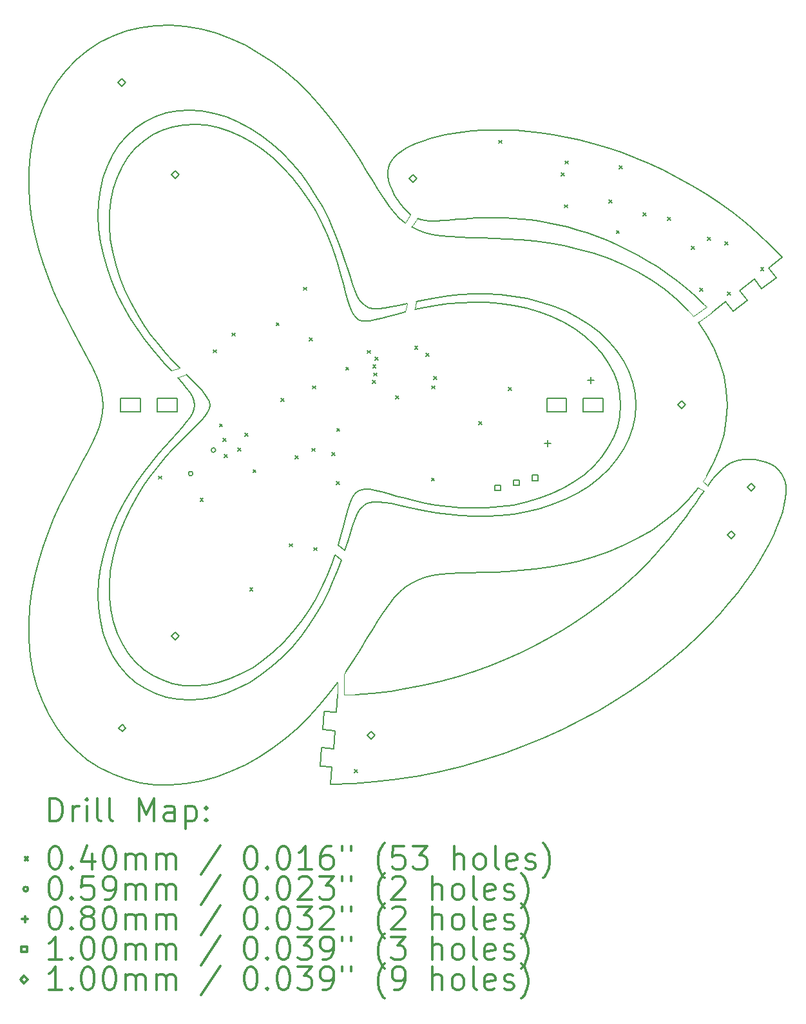
<source format=gbr>
%FSLAX45Y45*%
G04 Gerber Fmt 4.5, Leading zero omitted, Abs format (unit mm)*
G04 Created by KiCad (PCBNEW (5.1.4)-1) date 2019-12-24 18:48:48*
%MOMM*%
%LPD*%
G04 APERTURE LIST*
%ADD10C,0.188976*%
%ADD11C,0.050000*%
%ADD12C,0.200000*%
%ADD13C,0.300000*%
G04 APERTURE END LIST*
D10*
X5483718Y-8503694D02*
X5568275Y-8565787D01*
X5525000Y-8370000D02*
X5611367Y-8438976D01*
D11*
X6548641Y-5170314D02*
X6531378Y-5278054D01*
X6404773Y-5309245D02*
X6428207Y-5196396D01*
X3526121Y-6132586D02*
X3418000Y-6176000D01*
X3334000Y-6083000D02*
X3441508Y-6048070D01*
X10370000Y-5245000D02*
X10326000Y-5205000D01*
X10190000Y-5370000D02*
X10370000Y-5245000D01*
X10170000Y-5345000D02*
X10190000Y-5370000D01*
X5600000Y-10070000D02*
X5627782Y-10030289D01*
X5600000Y-10335000D02*
X5600000Y-10070000D01*
X5747871Y-10335958D02*
X5600000Y-10335000D01*
X5518769Y-10331495D02*
X5519767Y-10181364D01*
X10330994Y-7665315D02*
X10254700Y-7622003D01*
X10315000Y-7540000D02*
X10381584Y-7594593D01*
X10368149Y-7456574D02*
X10315000Y-7540000D01*
X10124133Y-5290504D02*
X10170000Y-5345000D01*
X10432000Y-5318000D02*
X10254700Y-5446155D01*
X6477270Y-4026808D02*
X6407595Y-4143349D01*
X6486421Y-4195810D02*
X6569818Y-4078710D01*
D10*
X7411848Y-4336723D02*
X7571781Y-4341271D01*
X9978086Y-5145753D02*
X10124133Y-5290504D01*
X10368150Y-5611585D02*
X10463037Y-5785472D01*
X8687125Y-4484079D02*
X8687125Y-4484079D01*
X8103390Y-4378450D02*
X8103390Y-4378450D01*
X7261796Y-4333188D02*
X7411848Y-4336723D01*
X7918548Y-4360444D02*
X8103390Y-4378450D01*
X10625406Y-6342399D02*
X10625406Y-6342399D01*
X9465843Y-4784879D02*
X9646944Y-4892382D01*
X10538146Y-5966334D02*
X10592505Y-6152553D01*
X10463037Y-5785472D02*
X10538146Y-5966334D01*
X9083095Y-4609157D02*
X9083095Y-4609157D01*
X6992512Y-4322076D02*
X6992512Y-4322076D01*
X10463037Y-5785472D02*
X10463037Y-5785472D01*
X10368150Y-5611585D02*
X10368150Y-5611585D01*
X9978086Y-5145753D02*
X9978086Y-5145753D01*
X9277179Y-4690496D02*
X9465843Y-4784879D01*
X8885718Y-4540543D02*
X8885718Y-4540543D01*
X6873225Y-4311072D02*
X6992512Y-4322076D01*
X7740972Y-4348600D02*
X7740972Y-4348600D01*
X7261796Y-4333188D02*
X7261796Y-4333188D01*
X6992512Y-4322076D02*
X7121984Y-4328888D01*
X7571781Y-4341271D02*
X7571781Y-4341271D01*
X10254700Y-5446155D02*
X10368150Y-5611585D01*
X9818376Y-5012820D02*
X9818376Y-5012820D01*
X9646944Y-4892382D02*
X9646944Y-4892382D01*
X9277179Y-4690496D02*
X9277179Y-4690496D01*
X7740972Y-4348600D02*
X7918548Y-4360444D01*
X8103390Y-4378450D02*
X8294163Y-4404156D01*
X7411848Y-4336723D02*
X7411848Y-4336723D01*
X7121984Y-4328888D02*
X7261796Y-4333188D01*
X10592505Y-6152553D02*
X10592505Y-6152553D01*
X8885718Y-4540543D02*
X9083095Y-4609157D01*
X10625406Y-6342399D02*
X10636421Y-6534079D01*
X7571781Y-4341271D02*
X7740972Y-4348600D01*
X9083095Y-4609157D02*
X9277179Y-4690496D01*
X6873225Y-4311072D02*
X6873225Y-4311072D01*
X9818376Y-5012820D02*
X9978086Y-5145753D01*
X6763716Y-4294299D02*
X6873225Y-4311072D01*
X8489315Y-4438958D02*
X8489315Y-4438958D01*
X7918548Y-4360444D02*
X7918548Y-4360444D01*
X10592505Y-6152553D02*
X10625406Y-6342399D01*
X9465843Y-4784879D02*
X9465843Y-4784879D01*
X8489315Y-4438958D02*
X8687125Y-4484079D01*
X8294163Y-4404156D02*
X8489315Y-4438958D01*
X8294163Y-4404156D02*
X8294163Y-4404156D01*
X7121984Y-4328888D02*
X7121984Y-4328888D01*
X8687125Y-4484079D02*
X8885718Y-4540543D01*
X9646944Y-4892382D02*
X9818376Y-5012820D01*
X10538146Y-5966334D02*
X10538146Y-5966334D01*
X5136422Y-2434079D02*
X5274401Y-2582826D01*
X6663350Y-4270315D02*
X6663350Y-4270315D01*
X6262480Y-4004910D02*
X6333434Y-4079838D01*
X5726825Y-3185733D02*
X5726825Y-3185733D01*
X6763716Y-4294299D02*
X6763716Y-4294299D01*
X6193201Y-3918460D02*
X6193201Y-3918460D01*
X4486562Y-1910090D02*
X4486562Y-1910090D01*
X4112892Y-1718757D02*
X4302911Y-1807002D01*
X6663350Y-4270315D02*
X6763716Y-4294299D01*
X6571268Y-4237845D02*
X6663350Y-4270315D01*
X6571268Y-4237845D02*
X6571268Y-4237845D01*
X6486421Y-4195810D02*
X6571268Y-4237845D01*
X5136422Y-2434079D02*
X5136422Y-2434079D01*
X5402119Y-2734435D02*
X5402119Y-2734435D01*
X5519766Y-2886793D02*
X5627782Y-3037870D01*
X6333434Y-4079838D02*
X6407595Y-4143349D01*
X5817768Y-3328590D02*
X5817768Y-3328590D01*
X5274401Y-2582826D02*
X5274401Y-2582826D01*
X4830115Y-2153698D02*
X4830115Y-2153698D01*
X5402119Y-2734435D02*
X5519766Y-2886793D01*
X6333434Y-4079838D02*
X6333434Y-4079838D01*
X4662634Y-2026285D02*
X4830115Y-2153698D01*
X3917913Y-1646911D02*
X4112892Y-1718757D01*
X4830115Y-2153698D02*
X4988227Y-2290327D01*
X3719536Y-1592807D02*
X3917913Y-1646911D01*
X6262480Y-4004910D02*
X6262480Y-4004910D01*
X6193201Y-3918460D02*
X6262480Y-4004910D01*
X5627782Y-3037870D02*
X5627782Y-3037870D01*
X5901673Y-3464823D02*
X5901673Y-3464823D01*
X5274401Y-2582826D02*
X5402119Y-2734435D01*
X4662634Y-2026285D02*
X4662634Y-2026285D01*
X6053392Y-3711937D02*
X6053392Y-3711937D01*
X5979761Y-3593004D02*
X6053392Y-3711937D01*
X6124026Y-3820656D02*
X6193201Y-3918460D01*
X6124026Y-3820656D02*
X6124026Y-3820656D01*
X6053392Y-3711937D02*
X6124026Y-3820656D01*
X5901673Y-3464823D02*
X5979761Y-3593004D01*
X4988227Y-2290327D02*
X5136422Y-2434079D01*
X5519766Y-2886793D02*
X5519766Y-2886793D01*
X5726825Y-3185733D02*
X5817768Y-3328590D01*
X5627782Y-3037870D02*
X5726825Y-3185733D01*
X4988227Y-2290327D02*
X4988227Y-2290327D01*
X4486562Y-1910090D02*
X4662634Y-2026285D01*
X4302911Y-1807002D02*
X4486562Y-1910090D01*
X4302911Y-1807002D02*
X4302911Y-1807002D01*
X4112892Y-1718757D02*
X4112892Y-1718757D01*
X3917913Y-1646911D02*
X3917913Y-1646911D01*
X5979761Y-3593004D02*
X5979761Y-3593004D01*
X5817768Y-3328590D02*
X5901673Y-3464823D01*
X2557928Y-1684639D02*
X2557928Y-1684639D01*
X2095742Y-5662178D02*
X2095742Y-5662178D01*
X1712983Y-4864357D02*
X1645547Y-4677949D01*
X2077968Y-1999735D02*
X2077968Y-1999735D01*
X1535321Y-4283862D02*
X1496054Y-4078620D01*
X2233889Y-5917126D02*
X2167707Y-5793896D01*
X1477994Y-3240017D02*
X1513263Y-3035235D01*
X1477994Y-3240017D02*
X1477994Y-3240017D01*
X1862935Y-5211504D02*
X1862935Y-5211504D01*
X1585717Y-4484079D02*
X1585717Y-4484079D01*
X1535321Y-4283862D02*
X1535321Y-4283862D01*
X3519451Y-1557558D02*
X3519451Y-1557558D01*
X3121425Y-1546791D02*
X3319462Y-1542022D01*
X2738792Y-1618208D02*
X2738792Y-1618208D01*
X1469451Y-3869869D02*
X1456859Y-3659290D01*
X1496054Y-4078620D02*
X1496054Y-4078620D01*
X3319462Y-1542022D02*
X3519451Y-1557558D01*
X1459408Y-3448699D02*
X1459408Y-3448699D01*
X2167707Y-5793896D02*
X2095742Y-5662178D01*
X2167707Y-5793896D02*
X2167707Y-5793896D01*
X2233889Y-5917126D02*
X2233889Y-5917126D01*
X1862935Y-5211504D02*
X1786106Y-5042422D01*
X2095742Y-5662178D02*
X2019713Y-5521399D01*
X3121425Y-1546791D02*
X3121425Y-1546791D01*
X2927240Y-1572176D02*
X3121425Y-1546791D01*
X2225929Y-1876319D02*
X2386422Y-1770939D01*
X1496054Y-4078620D02*
X1469451Y-3869869D01*
X1585717Y-4484079D02*
X1535321Y-4283862D01*
X1456859Y-3659290D02*
X1456859Y-3659290D01*
X2386422Y-1770939D02*
X2386422Y-1770939D01*
X1721654Y-2464517D02*
X1824801Y-2295398D01*
X1941467Y-5371211D02*
X1941467Y-5371211D01*
X1635113Y-2645481D02*
X1635113Y-2645481D01*
X1635113Y-2645481D02*
X1721654Y-2464517D01*
X2292726Y-6032658D02*
X2233889Y-5917126D01*
X1456859Y-3659290D02*
X1459408Y-3448699D01*
X1459408Y-3448699D02*
X1477994Y-3240017D01*
X2019713Y-5521399D02*
X2019713Y-5521399D01*
X1565598Y-2836383D02*
X1635113Y-2645481D01*
X1941467Y-5371211D02*
X1862935Y-5211504D01*
X1943879Y-2139919D02*
X2077968Y-1999735D01*
X1721654Y-2464517D02*
X1721654Y-2464517D01*
X1943879Y-2139919D02*
X1943879Y-2139919D01*
X2225929Y-1876319D02*
X2225929Y-1876319D01*
X1786106Y-5042422D02*
X1712983Y-4864357D01*
X1712983Y-4864357D02*
X1712983Y-4864357D01*
X2738792Y-1618208D02*
X2927240Y-1572176D01*
X1824801Y-2295398D02*
X1824801Y-2295398D01*
X2386422Y-1770939D02*
X2557928Y-1684639D01*
X1513263Y-3035235D02*
X1565598Y-2836383D01*
X2019713Y-5521399D02*
X1941467Y-5371211D01*
X1786106Y-5042422D02*
X1786106Y-5042422D01*
X1645547Y-4677949D02*
X1645547Y-4677949D01*
X3719536Y-1592807D02*
X3719536Y-1592807D01*
X3519451Y-1557558D02*
X3719536Y-1592807D01*
X1645547Y-4677949D02*
X1585717Y-4484079D01*
X3319462Y-1542022D02*
X3319462Y-1542022D01*
X1824801Y-2295398D02*
X1943879Y-2139919D01*
X1565598Y-2836383D02*
X1565598Y-2836383D01*
X2927240Y-1572176D02*
X2927240Y-1572176D01*
X2077968Y-1999735D02*
X2225929Y-1876319D01*
X1513263Y-3035235D02*
X1513263Y-3035235D01*
X1469451Y-3869869D02*
X1469451Y-3869869D01*
X2557928Y-1684639D02*
X2738792Y-1618208D01*
X1456859Y-9408868D02*
X1469452Y-9198288D01*
X2342839Y-6926691D02*
X2342839Y-6926691D01*
X1635112Y-10422676D02*
X1565597Y-10231775D01*
X1824801Y-10772760D02*
X1721654Y-10603641D01*
X1585717Y-8584079D02*
X1585717Y-8584079D01*
X1459408Y-9619460D02*
X1456859Y-9408868D01*
X2342839Y-6141466D02*
X2292726Y-6032658D01*
X1535321Y-8784296D02*
X1585717Y-8584079D01*
X2383067Y-6244690D02*
X2383067Y-6244690D01*
X2436421Y-6534079D02*
X2430402Y-6439583D01*
X1862935Y-7856654D02*
X1862935Y-7856654D01*
X2412480Y-6724556D02*
X2412480Y-6724556D01*
X1786107Y-8025735D02*
X1862935Y-7856654D01*
X1941467Y-7696947D02*
X1941467Y-7696947D01*
X1513263Y-10032923D02*
X1513263Y-10032923D01*
X2412480Y-6343603D02*
X2412480Y-6343603D01*
X1565597Y-10231775D02*
X1513263Y-10032923D01*
X2430402Y-6628575D02*
X2436421Y-6534079D01*
X1635112Y-10422676D02*
X1635112Y-10422676D01*
X2167708Y-7274262D02*
X2167708Y-7274262D01*
X2383067Y-6823468D02*
X2383067Y-6823468D01*
X1496055Y-8989537D02*
X1496055Y-8989537D01*
X1459408Y-9619460D02*
X1459408Y-9619460D01*
X1513263Y-10032923D02*
X1477994Y-9828142D01*
X1469452Y-9198288D02*
X1469452Y-9198288D01*
X2430402Y-6439583D02*
X2430402Y-6439583D01*
X2430402Y-6628575D02*
X2430402Y-6628575D01*
X2383067Y-6823468D02*
X2412480Y-6724556D01*
X2167708Y-7274262D02*
X2233889Y-7151031D01*
X2292725Y-7035500D02*
X2292725Y-7035500D01*
X2233889Y-7151031D02*
X2292725Y-7035500D01*
X1496055Y-8989537D02*
X1535321Y-8784296D01*
X1585717Y-8584079D02*
X1645546Y-8390210D01*
X1456859Y-9408868D02*
X1456859Y-9408868D01*
X1477994Y-9828142D02*
X1459408Y-9619460D01*
X2233889Y-7151031D02*
X2233889Y-7151031D01*
X2095742Y-7405980D02*
X2167708Y-7274262D01*
X1941467Y-7696947D02*
X2019713Y-7546759D01*
X1721654Y-10603641D02*
X1635112Y-10422676D01*
X1943878Y-10928238D02*
X1824801Y-10772760D01*
X1469452Y-9198288D02*
X1496055Y-8989537D01*
X2292726Y-6032658D02*
X2292726Y-6032658D01*
X2412480Y-6724556D02*
X2430402Y-6628575D01*
X2342839Y-6141466D02*
X2342839Y-6141466D01*
X2412480Y-6343603D02*
X2383067Y-6244690D01*
X2383067Y-6244690D02*
X2342839Y-6141466D01*
X1712984Y-8203801D02*
X1712984Y-8203801D01*
X1535321Y-8784296D02*
X1535321Y-8784296D01*
X1721654Y-10603641D02*
X1721654Y-10603641D01*
X2436421Y-6534079D02*
X2436421Y-6534079D01*
X1786107Y-8025735D02*
X1786107Y-8025735D01*
X1565597Y-10231775D02*
X1565597Y-10231775D01*
X1712984Y-8203801D02*
X1786107Y-8025735D01*
X2430402Y-6439583D02*
X2412480Y-6343603D01*
X2095742Y-7405980D02*
X2095742Y-7405980D01*
X1862935Y-7856654D02*
X1941467Y-7696947D01*
X1645546Y-8390210D02*
X1712984Y-8203801D01*
X1645546Y-8390210D02*
X1645546Y-8390210D01*
X1477994Y-9828142D02*
X1477994Y-9828142D01*
X2019713Y-7546759D02*
X2095742Y-7405980D01*
X2342839Y-6926691D02*
X2383067Y-6823468D01*
X2292725Y-7035500D02*
X2342839Y-6926691D01*
X2019713Y-7546759D02*
X2019713Y-7546759D01*
X1824801Y-10772760D02*
X1824801Y-10772760D01*
X2927240Y-11495982D02*
X2738792Y-11449948D01*
X3917914Y-11421248D02*
X3917914Y-11421248D01*
X5726826Y-9882426D02*
X5627782Y-10030289D01*
X4302910Y-11261156D02*
X4112893Y-11349401D01*
X5817769Y-9739568D02*
X5726826Y-9882426D01*
X6333435Y-8988320D02*
X6262480Y-9063248D01*
X5817769Y-9739568D02*
X5817769Y-9739568D01*
X6333435Y-8988320D02*
X6333435Y-8988320D01*
X4486563Y-11158068D02*
X4302910Y-11261156D01*
X5979761Y-9475153D02*
X5901673Y-9603335D01*
X6053391Y-9356222D02*
X5979761Y-9475153D01*
X3519451Y-11510600D02*
X3519451Y-11510600D01*
X6053391Y-9356222D02*
X6053391Y-9356222D01*
X1943878Y-10928238D02*
X1943878Y-10928238D01*
X2738792Y-11449948D02*
X2738792Y-11449948D01*
X5726826Y-9882426D02*
X5726826Y-9882426D01*
X3319462Y-11526135D02*
X3121426Y-11521367D01*
X2077968Y-11068424D02*
X1943878Y-10928238D01*
X2077968Y-11068424D02*
X2077968Y-11068424D01*
X5136422Y-10634079D02*
X5136422Y-10634079D01*
X4112893Y-11349401D02*
X4112893Y-11349401D01*
X4662633Y-11041873D02*
X4662633Y-11041873D01*
X4830116Y-10914459D02*
X4662633Y-11041873D01*
X2225929Y-11191839D02*
X2077968Y-11068424D01*
X2225929Y-11191839D02*
X2225929Y-11191839D01*
X4302910Y-11261156D02*
X4302910Y-11261156D01*
X5402119Y-10333724D02*
X5274402Y-10485331D01*
X2386421Y-11297218D02*
X2225929Y-11191839D01*
X2927240Y-11495982D02*
X2927240Y-11495982D01*
X2386421Y-11297218D02*
X2386421Y-11297218D01*
X3719534Y-11475351D02*
X3719534Y-11475351D01*
X5274402Y-10485331D02*
X5136422Y-10634079D01*
X6262480Y-9063248D02*
X6262480Y-9063248D01*
X5901673Y-9603335D02*
X5817769Y-9739568D01*
X2557928Y-11383519D02*
X2557928Y-11383519D01*
X2557928Y-11383519D02*
X2386421Y-11297218D01*
X3121426Y-11521367D02*
X3121426Y-11521367D01*
X4112893Y-11349401D02*
X3917914Y-11421248D01*
X5274402Y-10485331D02*
X5274402Y-10485331D01*
X4486563Y-11158068D02*
X4486563Y-11158068D01*
X5901673Y-9603335D02*
X5901673Y-9603335D01*
X5519767Y-10181364D02*
X5402119Y-10333724D01*
X3121426Y-11521367D02*
X2927240Y-11495982D01*
X4662633Y-11041873D02*
X4486563Y-11158068D01*
X6193201Y-9149699D02*
X6124027Y-9247502D01*
X6407595Y-8924809D02*
X6333435Y-8988320D01*
X5402119Y-10333724D02*
X5402119Y-10333724D01*
X6124027Y-9247502D02*
X6053391Y-9356222D01*
X4988227Y-10777832D02*
X4988227Y-10777832D01*
X6124027Y-9247502D02*
X6124027Y-9247502D01*
X2738792Y-11449948D02*
X2557928Y-11383519D01*
X3319462Y-11526135D02*
X3319462Y-11526135D01*
X3917914Y-11421248D02*
X3719534Y-11475351D01*
X6193201Y-9149699D02*
X6193201Y-9149699D01*
X5979761Y-9475153D02*
X5979761Y-9475153D01*
X6262480Y-9063248D02*
X6193201Y-9149699D01*
X4988227Y-10777832D02*
X4830116Y-10914459D01*
X3519451Y-11510600D02*
X3319462Y-11526135D01*
X3719534Y-11475351D02*
X3519451Y-11510600D01*
X4830116Y-10914459D02*
X4830116Y-10914459D01*
X5136422Y-10634079D02*
X4988227Y-10777832D01*
X7411849Y-8731435D02*
X7411849Y-8731435D01*
X8687125Y-8584079D02*
X8687125Y-8584079D01*
X9818377Y-8055338D02*
X9646946Y-8175776D01*
X9978088Y-7922404D02*
X9978088Y-7922404D01*
X6663350Y-8797843D02*
X6663350Y-8797843D01*
X7740973Y-8719556D02*
X7740973Y-8719556D01*
X7740973Y-8719556D02*
X7571782Y-8726888D01*
X10124132Y-7777655D02*
X10124132Y-7777655D01*
X7918547Y-8707714D02*
X7740973Y-8719556D01*
X6571268Y-8830312D02*
X6486421Y-8872347D01*
X9465842Y-8283279D02*
X9277179Y-8377663D01*
X6992512Y-8746082D02*
X6873225Y-8757086D01*
X6992512Y-8746082D02*
X6992512Y-8746082D01*
X8687125Y-8584079D02*
X8489315Y-8629200D01*
X9083095Y-8459000D02*
X9083095Y-8459000D01*
X6763717Y-8773859D02*
X6663350Y-8797843D01*
X7261796Y-8734969D02*
X7121984Y-8739269D01*
X10592505Y-6915605D02*
X10538146Y-7101823D01*
X9978088Y-7922404D02*
X9818377Y-8055338D01*
X6873225Y-8757086D02*
X6873225Y-8757086D01*
X8103391Y-8689709D02*
X7918547Y-8707714D01*
X10124132Y-7777655D02*
X9978088Y-7922404D01*
X10625406Y-6725758D02*
X10625406Y-6725758D01*
X6663350Y-8797843D02*
X6571268Y-8830312D01*
X8885717Y-8527615D02*
X8687125Y-8584079D01*
X7918547Y-8707714D02*
X7918547Y-8707714D01*
X6763717Y-8773859D02*
X6763717Y-8773859D01*
X10592505Y-6915605D02*
X10592505Y-6915605D01*
X9646946Y-8175776D02*
X9465842Y-8283279D01*
X7261796Y-8734969D02*
X7261796Y-8734969D01*
X8489315Y-8629200D02*
X8294162Y-8664002D01*
X7571782Y-8726888D02*
X7571782Y-8726888D01*
X8103391Y-8689709D02*
X8103391Y-8689709D01*
X9818377Y-8055338D02*
X9818377Y-8055338D01*
X10625406Y-6725758D02*
X10592505Y-6915605D01*
X8294162Y-8664002D02*
X8103391Y-8689709D01*
X9083095Y-8459000D02*
X8885717Y-8527615D01*
X10254700Y-7622003D02*
X10124132Y-7777655D01*
X6407595Y-8924809D02*
X6407595Y-8924809D01*
X6486421Y-8872347D02*
X6407595Y-8924809D01*
X6486421Y-8872347D02*
X6486421Y-8872347D01*
X7411849Y-8731435D02*
X7261796Y-8734969D01*
X8885717Y-8527615D02*
X8885717Y-8527615D01*
X8294162Y-8664002D02*
X8294162Y-8664002D01*
X6571268Y-8830312D02*
X6571268Y-8830312D01*
X10636421Y-6534079D02*
X10625406Y-6725758D01*
X7121984Y-8739269D02*
X6992512Y-8746082D01*
X10538146Y-7101823D02*
X10463037Y-7282686D01*
X6873225Y-8757086D02*
X6763717Y-8773859D01*
X9277179Y-8377663D02*
X9083095Y-8459000D01*
X7121984Y-8739269D02*
X7121984Y-8739269D01*
X7571782Y-8726888D02*
X7411849Y-8731435D01*
X8489315Y-8629200D02*
X8489315Y-8629200D01*
X9646946Y-8175776D02*
X9646946Y-8175776D01*
X10463037Y-7282686D02*
X10463037Y-7282686D01*
X9277179Y-8377663D02*
X9277179Y-8377663D01*
X9465842Y-8283279D02*
X9465842Y-8283279D01*
X10463037Y-7282686D02*
X10368149Y-7456574D01*
X10538146Y-7101823D02*
X10538146Y-7101823D01*
X5992318Y-5265159D02*
X5992318Y-5265159D01*
X9186381Y-5819958D02*
X9186381Y-5819958D01*
X8959778Y-5580805D02*
X8959778Y-5580805D01*
X7132570Y-5083792D02*
X7299318Y-5075187D01*
X6221167Y-5241330D02*
X6221167Y-5241330D01*
X9080922Y-5695644D02*
X9080922Y-5695644D01*
X8959778Y-5580805D02*
X9080922Y-5695644D01*
X8824572Y-5476514D02*
X8959778Y-5580805D01*
X8004542Y-5135198D02*
X8004542Y-5135198D01*
X5844229Y-5202886D02*
X5844229Y-5202886D01*
X8353223Y-5234402D02*
X8519312Y-5302802D01*
X7826181Y-5103904D02*
X7826181Y-5103904D01*
X7471657Y-5074857D02*
X7647894Y-5084074D01*
X6319028Y-5220662D02*
X6428207Y-5196396D01*
X6680007Y-5144228D02*
X6821720Y-5119946D01*
X6319028Y-5220662D02*
X6319028Y-5220662D01*
X5935365Y-5255503D02*
X5992318Y-5265159D01*
X6221167Y-5241330D02*
X6319028Y-5220662D01*
X5807389Y-5158391D02*
X5807389Y-5158391D01*
X6134431Y-5256685D02*
X6221167Y-5241330D01*
X8824572Y-5476514D02*
X8824572Y-5476514D01*
X8677109Y-5383636D02*
X8677109Y-5383636D01*
X8180924Y-5178575D02*
X8353223Y-5234402D01*
X7299318Y-5075187D02*
X7471657Y-5074857D01*
X8004542Y-5135198D02*
X8180924Y-5178575D01*
X6821720Y-5119946D02*
X6821720Y-5119946D01*
X6058374Y-5265119D02*
X6058374Y-5265119D01*
X5886421Y-5235041D02*
X5935365Y-5255503D01*
X5844229Y-5202886D02*
X5886421Y-5235041D01*
X6972935Y-5099238D02*
X6972935Y-5099238D01*
X7647894Y-5084074D02*
X7826181Y-5103904D01*
X8677109Y-5383636D02*
X8824572Y-5476514D01*
X6058374Y-5265119D02*
X6134431Y-5256685D01*
X6134431Y-5256685D02*
X6134431Y-5256685D01*
X6821720Y-5119946D02*
X6972935Y-5099238D01*
X8519312Y-5302802D02*
X8677109Y-5383636D01*
X7471657Y-5074857D02*
X7471657Y-5074857D01*
X6680007Y-5144228D02*
X6680007Y-5144228D01*
X6972935Y-5099238D02*
X7132570Y-5083792D01*
X8353223Y-5234402D02*
X8353223Y-5234402D01*
X7647894Y-5084074D02*
X7647894Y-5084074D01*
X5992318Y-5265159D02*
X6058374Y-5265119D01*
X5935365Y-5255503D02*
X5935365Y-5255503D01*
X9426137Y-6384274D02*
X9436421Y-6534079D01*
X9426137Y-6384274D02*
X9426137Y-6384274D01*
X9395428Y-6236256D02*
X9426137Y-6384274D01*
X9274715Y-5952475D02*
X9274715Y-5952475D01*
X7826181Y-5103904D02*
X8004542Y-5135198D01*
X5807389Y-5158391D02*
X5844229Y-5202886D01*
X9395428Y-6236256D02*
X9395428Y-6236256D01*
X9344720Y-6091764D02*
X9395428Y-6236256D01*
X9344720Y-6091764D02*
X9344720Y-6091764D01*
X9274715Y-5952475D02*
X9344720Y-6091764D01*
X6548641Y-5170314D02*
X6680007Y-5144228D01*
X9186381Y-5819958D02*
X9274715Y-5952475D01*
X9080922Y-5695644D02*
X9186381Y-5819958D01*
X8180924Y-5178575D02*
X8180924Y-5178575D01*
X7299318Y-5075187D02*
X7299318Y-5075187D01*
X5886421Y-5235041D02*
X5886421Y-5235041D01*
X8519312Y-5302802D02*
X8519312Y-5302802D01*
X7132570Y-5083792D02*
X7132570Y-5083792D01*
X6659822Y-10213366D02*
X6659822Y-10213366D01*
X6881849Y-10160695D02*
X6659822Y-10213366D01*
X6434640Y-10257582D02*
X6207062Y-10292961D01*
X6659822Y-10213366D02*
X6434640Y-10257582D01*
X5977870Y-10319174D02*
X5977870Y-10319174D01*
X6207062Y-10292961D02*
X5977870Y-10319174D01*
X6207062Y-10292961D02*
X6207062Y-10292961D01*
X6881849Y-10160695D02*
X6881849Y-10160695D01*
X5977870Y-10319174D02*
X5747871Y-10335958D01*
X6434640Y-10257582D02*
X6434640Y-10257582D01*
X2438070Y-3537255D02*
X2438070Y-3537255D01*
X2369768Y-4042973D02*
X2376471Y-3868825D01*
X2399188Y-3699590D02*
X2438070Y-3537255D01*
X3249256Y-5992943D02*
X3249256Y-5992943D01*
X3609556Y-6427310D02*
X3576493Y-6370124D01*
X2882361Y-5530506D02*
X2791536Y-5390402D01*
X2975556Y-5661032D02*
X2975556Y-5661032D01*
X2378662Y-4220044D02*
X2378662Y-4220044D01*
X3576493Y-6370124D02*
X3576493Y-6370124D01*
X3576493Y-6370124D02*
X3531161Y-6308474D01*
X2440272Y-4575211D02*
X2402472Y-4398084D01*
X2552979Y-4919765D02*
X2490899Y-4749651D01*
X3249256Y-5992943D02*
X3160981Y-5892219D01*
X3636421Y-6534079D02*
X3629671Y-6481462D01*
X2376471Y-3868825D02*
X2399188Y-3699590D01*
X2378662Y-4220044D02*
X2369768Y-4042973D01*
X2402472Y-4398084D02*
X2402472Y-4398084D01*
X2490899Y-4749651D02*
X2440272Y-4575211D01*
X2440272Y-4575211D02*
X2440272Y-4575211D01*
X2705085Y-5241314D02*
X2624948Y-5084079D01*
X3629671Y-6481462D02*
X3609556Y-6427310D01*
X2705085Y-5241314D02*
X2705085Y-5241314D01*
X3069098Y-5781634D02*
X3069098Y-5781634D01*
X2624948Y-5084079D02*
X2624948Y-5084079D01*
X3160981Y-5892219D02*
X3160981Y-5892219D01*
X3334000Y-6083000D02*
X3249256Y-5992943D01*
X3636421Y-6534079D02*
X3636421Y-6534079D01*
X3474495Y-6241036D02*
X3418000Y-6176000D01*
X3629671Y-6481462D02*
X3629671Y-6481462D01*
X3474495Y-6241036D02*
X3474495Y-6241036D01*
X2791536Y-5390402D02*
X2705085Y-5241314D01*
X2492999Y-3383770D02*
X2563594Y-3241011D01*
X2492999Y-3383770D02*
X2492999Y-3383770D01*
X2438070Y-3537255D02*
X2492999Y-3383770D01*
X2376471Y-3868825D02*
X2376471Y-3868825D01*
X2402472Y-4398084D02*
X2378662Y-4220044D01*
X3531161Y-6308474D02*
X3531161Y-6308474D01*
X2552979Y-4919765D02*
X2552979Y-4919765D01*
X2369768Y-4042973D02*
X2369768Y-4042973D01*
X2624948Y-5084079D02*
X2552979Y-4919765D01*
X2791536Y-5390402D02*
X2791536Y-5390402D01*
X2882361Y-5530506D02*
X2882361Y-5530506D01*
X3609556Y-6427310D02*
X3609556Y-6427310D01*
X2975556Y-5661032D02*
X2882361Y-5530506D01*
X3069098Y-5781634D02*
X2975556Y-5661032D01*
X3160981Y-5892219D02*
X3069098Y-5781634D01*
X3531161Y-6308474D02*
X3474495Y-6241036D01*
X2399188Y-3699590D02*
X2399188Y-3699590D01*
X2490899Y-4749651D02*
X2490899Y-4749651D01*
X3264837Y-10371396D02*
X3264837Y-10371396D01*
X2492999Y-9684387D02*
X2438069Y-9530902D01*
X2791537Y-7677756D02*
X2791537Y-7677756D01*
X2861832Y-10174181D02*
X2749000Y-10073578D01*
X2649221Y-9957418D02*
X2563595Y-9827147D01*
X3629671Y-6586696D02*
X3636421Y-6534079D01*
X3629671Y-6586696D02*
X3629671Y-6586696D01*
X3609557Y-6640848D02*
X3629671Y-6586696D01*
X2438069Y-9530902D02*
X2399188Y-9368567D01*
X3474494Y-6827122D02*
X3531161Y-6759684D01*
X3531161Y-6759684D02*
X3576493Y-6698034D01*
X3609557Y-6640848D02*
X3609557Y-6640848D01*
X3576493Y-6698034D02*
X3609557Y-6640848D01*
X3576493Y-6698034D02*
X3576493Y-6698034D01*
X2563595Y-9827147D02*
X2492999Y-9684387D01*
X2399188Y-9368567D02*
X2376471Y-9199333D01*
X2861832Y-10174181D02*
X2861832Y-10174181D01*
X3531161Y-6759684D02*
X3531161Y-6759684D01*
X2749000Y-10073578D02*
X2749000Y-10073578D01*
X3160981Y-7175939D02*
X3160981Y-7175939D01*
X2705084Y-7826844D02*
X2791537Y-7677756D01*
X3474494Y-6827122D02*
X3474494Y-6827122D01*
X3249256Y-7075215D02*
X3249256Y-7075215D01*
X3407667Y-6901537D02*
X3474494Y-6827122D01*
X3069098Y-7286523D02*
X3160981Y-7175939D01*
X3069098Y-7286523D02*
X3069098Y-7286523D01*
X2402472Y-8670075D02*
X2440272Y-8492946D01*
X2649221Y-9957418D02*
X2649221Y-9957418D01*
X3407667Y-6901537D02*
X3407667Y-6901537D01*
X3332063Y-6983956D02*
X3407667Y-6901537D01*
X2402472Y-8670075D02*
X2402472Y-8670075D01*
X3332063Y-6983956D02*
X3332063Y-6983956D01*
X3160981Y-7175939D02*
X3249256Y-7075215D01*
X2882362Y-7537651D02*
X2882362Y-7537651D01*
X2749000Y-10073578D02*
X2649221Y-9957418D01*
X2552979Y-8148393D02*
X2624948Y-7984079D01*
X2563595Y-9827147D02*
X2563595Y-9827147D01*
X2975556Y-7407126D02*
X3069098Y-7286523D01*
X2440272Y-8492946D02*
X2490900Y-8318505D01*
X2378662Y-8848115D02*
X2402472Y-8670075D01*
X3249256Y-7075215D02*
X3332063Y-6983956D01*
X2552979Y-8148393D02*
X2552979Y-8148393D01*
X3264837Y-10371396D02*
X3121294Y-10323982D01*
X2376471Y-9199333D02*
X2376471Y-9199333D01*
X2369768Y-9025185D02*
X2369768Y-9025185D01*
X2975556Y-7407126D02*
X2975556Y-7407126D01*
X2705084Y-7826844D02*
X2705084Y-7826844D01*
X2440272Y-8492946D02*
X2440272Y-8492946D01*
X2624948Y-7984079D02*
X2624948Y-7984079D01*
X2378662Y-8848115D02*
X2378662Y-8848115D01*
X3121294Y-10323982D02*
X3121294Y-10323982D01*
X2882362Y-7537651D02*
X2975556Y-7407126D01*
X2791537Y-7677756D02*
X2882362Y-7537651D01*
X2624948Y-7984079D02*
X2705084Y-7826844D01*
X2490900Y-8318505D02*
X2552979Y-8148393D01*
X2490900Y-8318505D02*
X2490900Y-8318505D01*
X2376471Y-9199333D02*
X2369768Y-9025185D01*
X2986421Y-10257988D02*
X2861832Y-10174181D01*
X2369768Y-9025185D02*
X2378662Y-8848115D01*
X2986421Y-10257988D02*
X2986421Y-10257988D01*
X2399188Y-9368567D02*
X2399188Y-9368567D01*
X2492999Y-9684387D02*
X2492999Y-9684387D01*
X2438069Y-9530902D02*
X2438069Y-9530902D01*
X3121294Y-10323982D02*
X2986421Y-10257988D01*
X4208220Y-10256892D02*
X4208220Y-10256892D01*
X3570954Y-10408747D02*
X3415324Y-10399728D01*
X4913823Y-9717382D02*
X4788067Y-9848447D01*
X5318411Y-9136643D02*
X5318411Y-9136643D01*
X5648996Y-8321635D02*
X5611367Y-8438976D01*
X6134431Y-7811469D02*
X6058375Y-7803035D01*
X5743672Y-8037073D02*
X5713602Y-8119867D01*
X5030106Y-9578563D02*
X5030106Y-9578563D01*
X6058375Y-7803035D02*
X6058375Y-7803035D01*
X6134431Y-7811469D02*
X6134431Y-7811469D01*
X5611367Y-8438976D02*
X5611367Y-8438976D01*
X3729886Y-10398505D02*
X3570954Y-10408747D01*
X5460774Y-8841963D02*
X5460774Y-8841963D01*
X3729886Y-10398505D02*
X3729886Y-10398505D01*
X3890272Y-10369332D02*
X3890272Y-10369332D01*
X4362387Y-10175624D02*
X4208220Y-10256892D01*
X4050299Y-10321837D02*
X3890272Y-10369332D01*
X5318411Y-9136643D02*
X5232523Y-9286058D01*
X4050299Y-10321837D02*
X4050299Y-10321837D01*
X4208220Y-10256892D02*
X4050299Y-10321837D01*
X4511288Y-10079387D02*
X4511288Y-10079387D01*
X4653570Y-9969746D02*
X4511288Y-10079387D01*
X4653570Y-9969746D02*
X4653570Y-9969746D01*
X4788067Y-9848447D02*
X4653570Y-9969746D01*
X5136422Y-9434079D02*
X5136422Y-9434079D01*
X5232523Y-9286058D02*
X5232523Y-9286058D01*
X5394333Y-8987935D02*
X5394333Y-8987935D01*
X5682571Y-8214950D02*
X5682571Y-8214950D01*
X5992318Y-7802994D02*
X5935364Y-7812651D01*
X5394333Y-8987935D02*
X5318411Y-9136643D01*
X5518448Y-8700652D02*
X5460774Y-8841963D01*
X5886421Y-7833113D02*
X5844229Y-7865268D01*
X5518448Y-8700652D02*
X5518448Y-8700652D01*
X5682571Y-8214950D02*
X5648996Y-8321635D01*
X5935364Y-7812651D02*
X5935364Y-7812651D01*
X5807389Y-7909763D02*
X5807389Y-7909763D01*
X5844229Y-7865268D02*
X5844229Y-7865268D01*
X5886421Y-7833113D02*
X5886421Y-7833113D01*
X6058375Y-7803035D02*
X5992318Y-7802994D01*
X5743672Y-8037073D02*
X5743672Y-8037073D01*
X5844229Y-7865268D02*
X5807389Y-7909763D01*
X5774396Y-7966990D02*
X5743672Y-8037073D01*
X5713602Y-8119867D02*
X5682571Y-8214950D01*
X3415324Y-10399728D02*
X3264837Y-10371396D01*
X3415324Y-10399728D02*
X3415324Y-10399728D01*
X5568275Y-8565787D02*
X5568275Y-8565787D01*
X5807389Y-7909763D02*
X5774396Y-7966990D01*
X5648996Y-8321635D02*
X5648996Y-8321635D01*
X4362387Y-10175624D02*
X4362387Y-10175624D01*
X3570954Y-10408747D02*
X3570954Y-10408747D01*
X3890272Y-10369332D02*
X3729886Y-10398505D01*
X4788067Y-9848447D02*
X4788067Y-9848447D01*
X4913823Y-9717382D02*
X4913823Y-9717382D01*
X5030106Y-9578563D02*
X4913823Y-9717382D01*
X5136422Y-9434079D02*
X5030106Y-9578563D01*
X5232523Y-9286058D02*
X5136422Y-9434079D01*
X5774396Y-7966990D02*
X5774396Y-7966990D01*
X5935364Y-7812651D02*
X5886421Y-7833113D01*
X5568275Y-8565787D02*
X5518448Y-8700652D01*
X5713602Y-8119867D02*
X5713602Y-8119867D01*
X4511288Y-10079387D02*
X4362387Y-10175624D01*
X5460774Y-8841963D02*
X5394333Y-8987935D01*
X5992318Y-7802994D02*
X5992318Y-7802994D01*
X7471657Y-7993297D02*
X7471657Y-7993297D01*
X9076662Y-5980314D02*
X9145815Y-6112674D01*
X9274715Y-7115678D02*
X9186379Y-7248196D01*
X7826179Y-7964249D02*
X7647895Y-7984079D01*
X8004542Y-7932954D02*
X7826179Y-7964249D01*
X9226259Y-6391258D02*
X9236421Y-6534079D01*
X9344720Y-6976389D02*
X9274715Y-7115678D01*
X9344720Y-6976389D02*
X9344720Y-6976389D01*
X9426137Y-6683879D02*
X9426137Y-6683879D01*
X9426137Y-6683879D02*
X9395428Y-6831898D01*
X6319027Y-7847491D02*
X6319027Y-7847491D01*
X7132571Y-7984363D02*
X7132571Y-7984363D01*
X6548642Y-7897840D02*
X6548642Y-7897840D01*
X6972935Y-7968916D02*
X6821719Y-7948208D01*
X7647895Y-7984079D02*
X7647895Y-7984079D01*
X9274715Y-7115678D02*
X9274715Y-7115678D01*
X8677109Y-7684518D02*
X8677109Y-7684518D01*
X9076662Y-5980314D02*
X9076662Y-5980314D01*
X9226259Y-6391258D02*
X9226259Y-6391258D01*
X8180924Y-7889579D02*
X8180924Y-7889579D01*
X8353222Y-7833751D02*
X8180924Y-7889579D01*
X6428206Y-7871757D02*
X6428206Y-7871757D01*
X6680008Y-7923926D02*
X6680008Y-7923926D01*
X7826179Y-7964249D02*
X7826179Y-7964249D01*
X8959777Y-7487349D02*
X8824574Y-7591640D01*
X9145815Y-6112674D02*
X9195915Y-6250212D01*
X6821719Y-7948208D02*
X6821719Y-7948208D01*
X8989419Y-5854692D02*
X8989419Y-5854692D01*
X7299317Y-7992966D02*
X7299317Y-7992966D01*
X8824574Y-7591640D02*
X8677109Y-7684518D01*
X9395428Y-6831898D02*
X9344720Y-6976389D01*
X9195915Y-6250212D02*
X9195915Y-6250212D01*
X9195915Y-6250212D02*
X9226259Y-6391258D01*
X7647895Y-7984079D02*
X7471657Y-7993297D01*
X8004542Y-7932954D02*
X8004542Y-7932954D01*
X8824574Y-7591640D02*
X8824574Y-7591640D01*
X9186379Y-7248196D02*
X9080923Y-7372509D01*
X9436421Y-6534079D02*
X9426137Y-6683879D01*
X8180924Y-7889579D02*
X8004542Y-7932954D01*
X9395428Y-6831898D02*
X9395428Y-6831898D01*
X9080923Y-7372509D02*
X8959777Y-7487349D01*
X9145815Y-6112674D02*
X9145815Y-6112674D01*
X8989419Y-5854692D02*
X9076662Y-5980314D01*
X9080923Y-7372509D02*
X9080923Y-7372509D01*
X9186379Y-7248196D02*
X9186379Y-7248196D01*
X6821719Y-7948208D02*
X6680008Y-7923926D01*
X6428206Y-7871757D02*
X6319027Y-7847491D01*
X6221167Y-7826824D02*
X6134431Y-7811469D01*
X8959777Y-7487349D02*
X8959777Y-7487349D01*
X6221167Y-7826824D02*
X6221167Y-7826824D01*
X8519315Y-7765351D02*
X8519315Y-7765351D01*
X6319027Y-7847491D02*
X6221167Y-7826824D01*
X6972935Y-7968916D02*
X6972935Y-7968916D01*
X6548642Y-7897840D02*
X6428206Y-7871757D01*
X6680008Y-7923926D02*
X6548642Y-7897840D01*
X7132571Y-7984363D02*
X6972935Y-7968916D01*
X7471657Y-7993297D02*
X7299317Y-7992966D01*
X8519315Y-7765351D02*
X8353222Y-7833751D01*
X7299317Y-7992966D02*
X7132571Y-7984363D01*
X8885293Y-5737231D02*
X8989419Y-5854692D01*
X8353222Y-7833751D02*
X8353222Y-7833751D01*
X8677109Y-7684518D02*
X8519315Y-7765351D01*
X5562983Y-4823237D02*
X5593869Y-4938771D01*
X5750335Y-5379476D02*
X5786421Y-5408246D01*
X5693049Y-5283873D02*
X5719715Y-5338150D01*
X5693049Y-5283873D02*
X5693049Y-5283873D01*
X5940817Y-5426923D02*
X6011299Y-5414287D01*
X8765718Y-5629194D02*
X8885293Y-5737231D01*
X6289275Y-5340265D02*
X6404773Y-5309245D01*
X8632320Y-5531646D02*
X8632320Y-5531646D01*
X8486897Y-5445443D02*
X8632320Y-5531646D01*
X6970766Y-5201349D02*
X6970766Y-5201349D01*
X8331374Y-5371211D02*
X8331374Y-5371211D01*
X6815333Y-5222370D02*
X6970766Y-5201349D01*
X7133510Y-5187026D02*
X7133510Y-5187026D01*
X5829381Y-5425113D02*
X5829381Y-5425113D01*
X7649591Y-5197803D02*
X7649591Y-5197803D01*
X5786421Y-5408246D02*
X5829381Y-5425113D01*
X5750335Y-5379476D02*
X5750335Y-5379476D01*
X5620767Y-5043416D02*
X5620767Y-5043416D01*
X6185202Y-5369291D02*
X6185202Y-5369291D01*
X5645198Y-5136226D02*
X5668751Y-5216518D01*
X6092609Y-5394539D02*
X6092609Y-5394539D01*
X5940817Y-5426923D02*
X5940817Y-5426923D01*
X5829381Y-5425113D02*
X5880480Y-5430968D01*
X5593869Y-4938771D02*
X5593869Y-4938771D01*
X8632320Y-5531646D02*
X8765718Y-5629194D01*
X8331374Y-5371211D02*
X8486897Y-5445443D01*
X5620767Y-5043416D02*
X5645198Y-5136226D01*
X7649591Y-5197803D02*
X7824783Y-5222877D01*
X7998215Y-5259927D02*
X7998215Y-5259927D01*
X7824783Y-5222877D02*
X7998215Y-5259927D01*
X6185202Y-5369291D02*
X6289275Y-5340265D01*
X6011299Y-5414287D02*
X6011299Y-5414287D01*
X5880480Y-5430968D02*
X5940817Y-5426923D01*
X7824783Y-5222877D02*
X7824783Y-5222877D01*
X7474689Y-5184079D02*
X7649591Y-5197803D01*
X5668751Y-5216518D02*
X5668751Y-5216518D01*
X7133510Y-5187026D02*
X7302048Y-5180845D01*
X5719715Y-5338150D02*
X5750335Y-5379476D01*
X6092609Y-5394539D02*
X6185202Y-5369291D01*
X5593869Y-4938771D02*
X5620767Y-5043416D01*
X8885293Y-5737231D02*
X8885293Y-5737231D01*
X8765718Y-5629194D02*
X8765718Y-5629194D01*
X8486897Y-5445443D02*
X8486897Y-5445443D01*
X8167786Y-5309328D02*
X8331374Y-5371211D01*
X6668511Y-5248503D02*
X6668511Y-5248503D01*
X6289275Y-5340265D02*
X6289275Y-5340265D01*
X5719715Y-5338150D02*
X5719715Y-5338150D01*
X6815333Y-5222370D02*
X6815333Y-5222370D01*
X5786421Y-5408246D02*
X5786421Y-5408246D01*
X5645198Y-5136226D02*
X5645198Y-5136226D01*
X6668511Y-5248503D02*
X6815333Y-5222370D01*
X5668751Y-5216518D02*
X5693049Y-5283873D01*
X7474689Y-5184079D02*
X7474689Y-5184079D01*
X6970766Y-5201349D02*
X7133510Y-5187026D01*
X6531378Y-5278054D02*
X6668511Y-5248503D01*
X5880480Y-5430968D02*
X5880480Y-5430968D01*
X7302048Y-5180845D02*
X7474689Y-5184079D01*
X8167786Y-5309328D02*
X8167786Y-5309328D01*
X7998215Y-5259927D02*
X8167786Y-5309328D01*
X7302048Y-5180845D02*
X7302048Y-5180845D01*
X6011299Y-5414287D02*
X6092609Y-5394539D01*
X3121294Y-2744176D02*
X3121294Y-2744176D01*
X2986422Y-2810169D02*
X3121294Y-2744176D01*
X4788068Y-3219711D02*
X4788068Y-3219711D01*
X2563594Y-3241011D02*
X2649221Y-3110739D01*
X2748999Y-2994580D02*
X2861832Y-2893976D01*
X5774396Y-5101164D02*
X5807389Y-5158391D01*
X5774396Y-5101164D02*
X5774396Y-5101164D01*
X5743672Y-5031081D02*
X5774396Y-5101164D01*
X3121294Y-2744176D02*
X3264838Y-2696761D01*
X5518447Y-4367502D02*
X5568275Y-4502367D01*
X5568275Y-4502367D02*
X5611367Y-4629178D01*
X5743672Y-5031081D02*
X5743672Y-5031081D01*
X5682571Y-4853205D02*
X5682571Y-4853205D01*
X5611367Y-4629178D02*
X5648996Y-4746518D01*
X2861832Y-2893976D02*
X2986422Y-2810169D01*
X3264838Y-2696761D02*
X3415324Y-2668430D01*
X2563594Y-3241011D02*
X2563594Y-3241011D01*
X5713602Y-4948287D02*
X5743672Y-5031081D01*
X2649221Y-3110739D02*
X2649221Y-3110739D01*
X5232523Y-3782095D02*
X5232523Y-3782095D01*
X4653569Y-3098411D02*
X4788068Y-3219711D01*
X5648996Y-4746518D02*
X5648996Y-4746518D01*
X5318411Y-3931512D02*
X5318411Y-3931512D01*
X5568275Y-4502367D02*
X5568275Y-4502367D01*
X5136422Y-3634079D02*
X5232523Y-3782095D01*
X5136422Y-3634079D02*
X5136422Y-3634079D01*
X3890272Y-2698826D02*
X4050300Y-2746322D01*
X2748999Y-2994580D02*
X2748999Y-2994580D01*
X5682571Y-4853205D02*
X5713602Y-4948287D01*
X5713602Y-4948287D02*
X5713602Y-4948287D01*
X3890272Y-2698826D02*
X3890272Y-2698826D01*
X5648996Y-4746518D02*
X5682571Y-4853205D01*
X5232523Y-3782095D02*
X5318411Y-3931512D01*
X4913823Y-3350775D02*
X4913823Y-3350775D01*
X2649221Y-3110739D02*
X2748999Y-2994580D01*
X4362386Y-2892534D02*
X4511288Y-2988771D01*
X2861832Y-2893976D02*
X2861832Y-2893976D01*
X5030106Y-3489596D02*
X5136422Y-3634079D01*
X4050300Y-2746322D02*
X4208220Y-2811265D01*
X3729886Y-2669654D02*
X3890272Y-2698826D01*
X5460774Y-4226192D02*
X5518447Y-4367502D01*
X5394333Y-4080219D02*
X5394333Y-4080219D01*
X4362386Y-2892534D02*
X4362386Y-2892534D01*
X3415324Y-2668430D02*
X3415324Y-2668430D01*
X3570953Y-2659411D02*
X3570953Y-2659411D01*
X5394333Y-4080219D02*
X5460774Y-4226192D01*
X4653569Y-3098411D02*
X4653569Y-3098411D01*
X4050300Y-2746322D02*
X4050300Y-2746322D01*
X5030106Y-3489596D02*
X5030106Y-3489596D01*
X3729886Y-2669654D02*
X3729886Y-2669654D01*
X4511288Y-2988771D02*
X4511288Y-2988771D01*
X5318411Y-3931512D02*
X5394333Y-4080219D01*
X4788068Y-3219711D02*
X4913823Y-3350775D01*
X4511288Y-2988771D02*
X4653569Y-3098411D01*
X4208220Y-2811265D02*
X4362386Y-2892534D01*
X5518447Y-4367502D02*
X5518447Y-4367502D01*
X5611367Y-4629178D02*
X5611367Y-4629178D01*
X3415324Y-2668430D02*
X3570953Y-2659411D01*
X5460774Y-4226192D02*
X5460774Y-4226192D01*
X4913823Y-3350775D02*
X5030106Y-3489596D01*
X4208220Y-2811265D02*
X4208220Y-2811265D01*
X2986422Y-2810169D02*
X2986422Y-2810169D01*
X3570953Y-2659411D02*
X3729886Y-2669654D01*
X3264838Y-2696761D02*
X3264838Y-2696761D01*
X2531871Y-4348602D02*
X2531871Y-4348602D01*
X2971295Y-5478077D02*
X2881674Y-5335209D01*
X3809069Y-6626896D02*
X3809069Y-6626896D01*
X3775397Y-6391030D02*
X3775397Y-6391030D01*
X3065069Y-5611853D02*
X2971295Y-5478077D01*
X3775397Y-6391030D02*
X3729215Y-6336309D01*
X3441508Y-6048070D02*
X3351192Y-5954023D01*
X3809069Y-6441262D02*
X3775397Y-6391030D01*
X3603296Y-6859955D02*
X3671456Y-6792392D01*
X3257036Y-5850039D02*
X3160992Y-5735953D01*
X3603296Y-6208203D02*
X3526121Y-6132586D01*
X3809069Y-6626896D02*
X3829549Y-6579716D01*
X3729214Y-6731849D02*
X3729214Y-6731849D01*
X3351192Y-5954023D02*
X3351192Y-5954023D01*
X2722588Y-5025748D02*
X2722588Y-5025748D01*
X2602075Y-4692768D02*
X2560074Y-4521216D01*
X2881674Y-5335209D02*
X2881674Y-5335209D01*
X2602075Y-4692768D02*
X2602075Y-4692768D01*
X3829549Y-6488442D02*
X3809069Y-6441262D01*
X3160992Y-5735953D02*
X3065069Y-5611853D01*
X3257036Y-5850039D02*
X3257036Y-5850039D01*
X3809069Y-6441262D02*
X3809069Y-6441262D01*
X3775397Y-6677129D02*
X3809069Y-6626896D01*
X2971295Y-5478077D02*
X2971295Y-5478077D01*
X2656706Y-4861490D02*
X2602075Y-4692768D01*
X2881674Y-5335209D02*
X2798153Y-5184079D01*
X3829549Y-6579716D02*
X3836421Y-6534079D01*
X3603296Y-6208203D02*
X3603296Y-6208203D01*
X3729215Y-6336309D02*
X3729215Y-6336309D01*
X3829549Y-6488442D02*
X3829549Y-6488442D01*
X3836421Y-6534079D02*
X3829549Y-6488442D01*
X3729214Y-6731849D02*
X3775397Y-6677129D01*
X2656706Y-4861490D02*
X2656706Y-4861490D01*
X2722588Y-5025748D02*
X2656706Y-4861490D01*
X3671456Y-6275766D02*
X3603296Y-6208203D01*
X3836421Y-6534079D02*
X3836421Y-6534079D01*
X3775397Y-6677129D02*
X3775397Y-6677129D01*
X2560074Y-4521216D02*
X2531871Y-4348602D01*
X2560074Y-4521216D02*
X2560074Y-4521216D01*
X2798153Y-5184079D02*
X2722588Y-5025748D01*
X3351192Y-5954023D02*
X3257036Y-5850039D01*
X2798153Y-5184079D02*
X2798153Y-5184079D01*
X3671456Y-6792392D02*
X3729214Y-6731849D01*
X3065069Y-5611853D02*
X3065069Y-5611853D01*
X3160992Y-5735953D02*
X3160992Y-5735953D01*
X3671456Y-6275766D02*
X3671456Y-6275766D01*
X3671456Y-6792392D02*
X3671456Y-6792392D01*
X3729215Y-6336309D02*
X3671456Y-6275766D01*
X3829549Y-6579716D02*
X3829549Y-6579716D01*
X2860838Y-9907771D02*
X2766778Y-9795615D01*
X3352511Y-10191637D02*
X3352511Y-10191637D01*
X2518397Y-8891359D02*
X2518397Y-8891359D01*
X3160992Y-7332204D02*
X3160992Y-7332204D01*
X2971295Y-7590081D02*
X2971295Y-7590081D01*
X2967816Y-10004572D02*
X2967816Y-10004572D01*
X2520339Y-9060401D02*
X2520339Y-9060401D01*
X2538119Y-9224699D02*
X2520339Y-9060401D01*
X2621556Y-9531178D02*
X2571896Y-9382273D01*
X2571896Y-9382273D02*
X2571896Y-9382273D01*
X3798290Y-10210566D02*
X3798290Y-10210566D01*
X3160992Y-7332204D02*
X3257036Y-7218119D01*
X2881673Y-7732950D02*
X2971295Y-7590081D01*
X2656707Y-8206667D02*
X2722588Y-8042409D01*
X2520339Y-9060401D02*
X2518397Y-8891359D01*
X4105427Y-10129585D02*
X4105427Y-10129585D01*
X2860838Y-9907771D02*
X2860838Y-9907771D01*
X3496671Y-10217018D02*
X3352511Y-10191637D01*
X2967816Y-10004572D02*
X2860838Y-9907771D01*
X3086421Y-10084783D02*
X2967816Y-10004572D01*
X4105427Y-10129585D02*
X3952075Y-10179121D01*
X2881673Y-7732950D02*
X2881673Y-7732950D01*
X2766778Y-9795615D02*
X2766778Y-9795615D01*
X3257036Y-7218119D02*
X3257036Y-7218119D01*
X3065071Y-7456303D02*
X3160992Y-7332204D01*
X2971295Y-7590081D02*
X3065071Y-7456303D01*
X2602076Y-8375388D02*
X2602076Y-8375388D01*
X3215188Y-10147392D02*
X3215188Y-10147392D01*
X3645875Y-10223310D02*
X3496671Y-10217018D01*
X3798290Y-10210566D02*
X3645875Y-10223310D01*
X2656707Y-8206667D02*
X2656707Y-8206667D01*
X2686727Y-9669545D02*
X2621556Y-9531178D01*
X2538119Y-9224699D02*
X2538119Y-9224699D01*
X3215188Y-10147392D02*
X3086421Y-10084783D01*
X3086421Y-10084783D02*
X3086421Y-10084783D01*
X2602076Y-8375388D02*
X2656707Y-8206667D01*
X2766778Y-9795615D02*
X2686727Y-9669545D01*
X3952075Y-10179121D02*
X3952075Y-10179121D01*
X2531870Y-8719557D02*
X2531870Y-8719557D01*
X2621556Y-9531178D02*
X2621556Y-9531178D01*
X3065071Y-7456303D02*
X3065071Y-7456303D01*
X2571896Y-9382273D02*
X2538119Y-9224699D01*
X2560074Y-8546942D02*
X2560074Y-8546942D01*
X3352511Y-10191637D02*
X3215188Y-10147392D01*
X3496671Y-10217018D02*
X3496671Y-10217018D01*
X2531870Y-8719557D02*
X2560074Y-8546942D01*
X2518397Y-8891359D02*
X2531870Y-8719557D01*
X3603296Y-6859955D02*
X3603296Y-6859955D01*
X2560074Y-8546942D02*
X2602076Y-8375388D01*
X2686727Y-9669545D02*
X2686727Y-9669545D01*
X3952075Y-10179121D02*
X3798290Y-10210566D01*
X3526121Y-6935572D02*
X3603296Y-6859955D01*
X2722588Y-8042409D02*
X2798152Y-7884079D01*
X3526121Y-6935572D02*
X3526121Y-6935572D01*
X3441508Y-7020087D02*
X3526121Y-6935572D01*
X3441508Y-7020087D02*
X3441508Y-7020087D01*
X3351192Y-7114135D02*
X3441508Y-7020087D01*
X3351192Y-7114135D02*
X3351192Y-7114135D01*
X3257036Y-7218119D02*
X3351192Y-7114135D01*
X2798152Y-7884079D02*
X2798152Y-7884079D01*
X3645875Y-10223310D02*
X3645875Y-10223310D01*
X4256604Y-10062833D02*
X4105427Y-10129585D01*
X2798152Y-7884079D02*
X2881673Y-7732950D01*
X2722588Y-8042409D02*
X2722588Y-8042409D01*
X5620767Y-8024741D02*
X5620767Y-8024741D01*
X5750335Y-7688682D02*
X5750335Y-7688682D01*
X5829381Y-7643045D02*
X5829381Y-7643045D01*
X6404774Y-7758913D02*
X6404774Y-7758913D01*
X5645198Y-7931931D02*
X5645198Y-7931931D01*
X5940818Y-7641236D02*
X5940818Y-7641236D01*
X4681405Y-9771693D02*
X4546018Y-9882426D01*
X5940818Y-7641236D02*
X5880480Y-7637191D01*
X6011299Y-7653870D02*
X5940818Y-7641236D01*
X5304460Y-8937134D02*
X5225543Y-9086183D01*
X4681405Y-9771693D02*
X4681405Y-9771693D01*
X5304460Y-8937134D02*
X5304460Y-8937134D01*
X5225543Y-9086183D02*
X5136422Y-9234079D01*
X5719715Y-7730007D02*
X5693049Y-7784284D01*
X5719715Y-7730007D02*
X5719715Y-7730007D01*
X6404774Y-7758913D02*
X6289274Y-7727893D01*
X4808973Y-9649542D02*
X4681405Y-9771693D01*
X5786421Y-7659911D02*
X5750335Y-7688682D01*
X4927775Y-9517869D02*
X4808973Y-9649542D01*
X5593869Y-8129385D02*
X5562983Y-8244920D01*
X5620767Y-8024741D02*
X5593869Y-8129385D01*
X5668751Y-7851640D02*
X5645198Y-7931931D01*
X5693049Y-7784284D02*
X5693049Y-7784284D01*
X6092609Y-7673619D02*
X6011299Y-7653870D01*
X4808973Y-9649542D02*
X4808973Y-9649542D01*
X4927775Y-9517869D02*
X4927775Y-9517869D01*
X5136422Y-9234079D02*
X5136422Y-9234079D01*
X6531379Y-7790105D02*
X6404774Y-7758913D01*
X6011299Y-7653870D02*
X6011299Y-7653870D01*
X5562983Y-8244920D02*
X5562983Y-8244920D01*
X5645198Y-7931931D02*
X5620767Y-8024741D01*
X5668751Y-7851640D02*
X5668751Y-7851640D01*
X6289274Y-7727893D02*
X6185201Y-7698866D01*
X5593869Y-8129385D02*
X5593869Y-8129385D01*
X5786421Y-7659911D02*
X5786421Y-7659911D01*
X5880480Y-7637191D02*
X5880480Y-7637191D01*
X6092609Y-7673619D02*
X6092609Y-7673619D01*
X6185201Y-7698866D02*
X6092609Y-7673619D01*
X6668510Y-7819654D02*
X6531379Y-7790105D01*
X4256604Y-10062833D02*
X4256604Y-10062833D01*
X4403969Y-9979995D02*
X4256604Y-10062833D01*
X4403969Y-9979995D02*
X4403969Y-9979995D01*
X5432940Y-8643913D02*
X5373427Y-8789034D01*
X5562983Y-8244920D02*
X5525000Y-8370000D01*
X5829381Y-7643045D02*
X5786421Y-7659911D01*
X6531379Y-7790105D02*
X6531379Y-7790105D01*
X6185201Y-7698866D02*
X6185201Y-7698866D01*
X4546018Y-9882426D02*
X4403969Y-9979995D01*
X5373427Y-8789034D02*
X5304460Y-8937134D01*
X5750335Y-7688682D02*
X5719715Y-7730007D01*
X5373427Y-8789034D02*
X5373427Y-8789034D01*
X4546018Y-9882426D02*
X4546018Y-9882426D01*
X5037086Y-9378685D02*
X4927775Y-9517869D01*
X5225543Y-9086183D02*
X5225543Y-9086183D01*
X5432940Y-8643913D02*
X5432940Y-8643913D01*
X5483718Y-8503694D02*
X5432940Y-8643913D01*
X5693049Y-7784284D02*
X5668751Y-7851640D01*
X5037086Y-9378685D02*
X5037086Y-9378685D01*
X5136422Y-9234079D02*
X5037086Y-9378685D01*
X5880480Y-7637191D02*
X5829381Y-7643045D01*
X6289274Y-7727893D02*
X6289274Y-7727893D01*
X8632321Y-7536512D02*
X8486897Y-7622715D01*
X9145815Y-6955483D02*
X9145815Y-6955483D01*
X3146421Y-6624079D02*
X3146421Y-6624079D01*
X9226259Y-6676899D02*
X9195915Y-6817946D01*
X7824783Y-7845280D02*
X7824783Y-7845280D01*
X8526421Y-6444079D02*
X8526421Y-6444079D01*
X3406422Y-6624079D02*
X3406422Y-6624079D01*
X3406422Y-6444079D02*
X3406422Y-6624079D01*
X9006421Y-6444079D02*
X9006421Y-6444079D01*
X9006421Y-6444079D02*
X8746422Y-6444079D01*
X6815333Y-7845788D02*
X6815333Y-7845788D01*
X8989418Y-7213466D02*
X8989418Y-7213466D01*
X6970767Y-7866809D02*
X6815333Y-7845788D01*
X7133510Y-7881132D02*
X7133510Y-7881132D01*
X8486897Y-7622715D02*
X8486897Y-7622715D01*
X3406422Y-6624079D02*
X3146421Y-6624079D01*
X8885293Y-7330926D02*
X8765718Y-7438964D01*
X7302048Y-7887313D02*
X7133510Y-7881132D01*
X2666421Y-6624079D02*
X2666421Y-6624079D01*
X8526421Y-6444079D02*
X8266421Y-6444079D01*
X8526421Y-6624079D02*
X8526421Y-6444079D01*
X9195915Y-6817946D02*
X9195915Y-6817946D01*
X8746422Y-6444079D02*
X8746422Y-6624079D01*
X7649590Y-7870354D02*
X7474690Y-7884079D01*
X7998215Y-7808231D02*
X7998215Y-7808231D01*
X9226259Y-6676899D02*
X9226259Y-6676899D01*
X2926421Y-6444079D02*
X2926421Y-6624079D01*
X7998215Y-7808231D02*
X7824783Y-7845280D01*
X8632321Y-7536512D02*
X8632321Y-7536512D01*
X8167785Y-7758829D02*
X7998215Y-7808231D01*
X2926421Y-6624079D02*
X2666421Y-6624079D01*
X9006421Y-6624079D02*
X9006421Y-6624079D01*
X9076662Y-7087844D02*
X9076662Y-7087844D01*
X8167785Y-7758829D02*
X8167785Y-7758829D01*
X8331376Y-7696947D02*
X8331376Y-7696947D01*
X9195915Y-6817946D02*
X9145815Y-6955483D01*
X2926421Y-6624079D02*
X2926421Y-6624079D01*
X8746422Y-6624079D02*
X8746422Y-6624079D01*
X3146421Y-6444079D02*
X3146421Y-6444079D01*
X9006421Y-6624079D02*
X9006421Y-6444079D01*
X8765718Y-7438964D02*
X8765718Y-7438964D01*
X6668510Y-7819654D02*
X6668510Y-7819654D01*
X6815333Y-7845788D02*
X6668510Y-7819654D01*
X7302048Y-7887313D02*
X7302048Y-7887313D01*
X9236421Y-6534079D02*
X9226259Y-6676899D01*
X3146421Y-6444079D02*
X3406422Y-6444079D01*
X3146421Y-6624079D02*
X3146421Y-6444079D01*
X8765718Y-7438964D02*
X8632321Y-7536512D01*
X8331376Y-7696947D02*
X8167785Y-7758829D01*
X6970767Y-7866809D02*
X6970767Y-7866809D01*
X8746422Y-6624079D02*
X9006421Y-6624079D01*
X7133510Y-7881132D02*
X6970767Y-7866809D01*
X2666421Y-6444079D02*
X2666421Y-6444079D01*
X7474690Y-7884079D02*
X7302048Y-7887313D01*
X8885293Y-7330926D02*
X8885293Y-7330926D01*
X7474690Y-7884079D02*
X7474690Y-7884079D01*
X7649590Y-7870354D02*
X7649590Y-7870354D01*
X7824783Y-7845280D02*
X7649590Y-7870354D01*
X9145815Y-6955483D02*
X9076662Y-7087844D01*
X2666421Y-6444079D02*
X2926421Y-6444079D01*
X8486897Y-7622715D02*
X8331376Y-7696947D01*
X8989418Y-7213466D02*
X8885293Y-7330926D01*
X9076662Y-7087844D02*
X8989418Y-7213466D01*
X2666421Y-6624079D02*
X2666421Y-6444079D01*
X8266421Y-6624079D02*
X8266421Y-6624079D01*
X8526421Y-6624079D02*
X8526421Y-6624079D01*
X8266421Y-6624079D02*
X8526421Y-6624079D01*
X8266421Y-6444079D02*
X8266421Y-6624079D01*
X2518397Y-4176799D02*
X2520338Y-4007757D01*
X3645874Y-2844847D02*
X3645874Y-2844847D01*
X5136422Y-3834079D02*
X5136422Y-3834079D01*
X5373427Y-4279124D02*
X5432940Y-4424246D01*
X2686726Y-3398613D02*
X2766778Y-3272543D01*
X4105427Y-2938573D02*
X4105427Y-2938573D01*
X5037086Y-3689474D02*
X5037086Y-3689474D01*
X4927774Y-3550288D02*
X5037086Y-3689474D01*
X4681404Y-3296465D02*
X4808973Y-3418616D01*
X4808973Y-3418616D02*
X4808973Y-3418616D01*
X3215188Y-2920766D02*
X3215188Y-2920766D01*
X5373427Y-4279124D02*
X5373427Y-4279124D01*
X5037086Y-3689474D02*
X5136422Y-3834079D01*
X4256604Y-3005324D02*
X4256604Y-3005324D01*
X2531871Y-4348602D02*
X2518397Y-4176799D01*
X2967816Y-3063586D02*
X2967816Y-3063586D01*
X4105427Y-2938573D02*
X4256604Y-3005324D01*
X3496671Y-2851139D02*
X3645874Y-2844847D01*
X3952075Y-2889037D02*
X4105427Y-2938573D01*
X2538119Y-3843458D02*
X2571895Y-3685884D01*
X2967816Y-3063586D02*
X3086421Y-2983375D01*
X5225542Y-3981974D02*
X5225542Y-3981974D01*
X4403968Y-3088163D02*
X4403968Y-3088163D01*
X4927774Y-3550288D02*
X4927774Y-3550288D01*
X2766778Y-3272543D02*
X2860838Y-3160388D01*
X4681404Y-3296465D02*
X4681404Y-3296465D01*
X3798289Y-2857592D02*
X3798289Y-2857592D01*
X3352511Y-2876520D02*
X3496671Y-2851139D01*
X2571895Y-3685884D02*
X2571895Y-3685884D01*
X3215188Y-2920766D02*
X3352511Y-2876520D01*
X2621556Y-3536979D02*
X2621556Y-3536979D01*
X4546017Y-3185732D02*
X4681404Y-3296465D01*
X4403968Y-3088163D02*
X4546017Y-3185732D01*
X3798289Y-2857592D02*
X3952075Y-2889037D01*
X3952075Y-2889037D02*
X3952075Y-2889037D01*
X2571895Y-3685884D02*
X2621556Y-3536979D01*
X3086421Y-2983375D02*
X3086421Y-2983375D01*
X2860838Y-3160388D02*
X2860838Y-3160388D01*
X2538119Y-3843458D02*
X2538119Y-3843458D01*
X2518397Y-4176799D02*
X2518397Y-4176799D01*
X2621556Y-3536979D02*
X2686726Y-3398613D01*
X4808973Y-3418616D02*
X4927774Y-3550288D01*
X5304460Y-4131024D02*
X5304460Y-4131024D01*
X3645874Y-2844847D02*
X3798289Y-2857592D01*
X3496671Y-2851139D02*
X3496671Y-2851139D01*
X5225542Y-3981974D02*
X5304460Y-4131024D01*
X5136422Y-3834079D02*
X5225542Y-3981974D01*
X5562983Y-4823237D02*
X5562983Y-4823237D01*
X5304460Y-4131024D02*
X5373427Y-4279124D01*
X4546017Y-3185732D02*
X4546017Y-3185732D01*
X3086421Y-2983375D02*
X3215188Y-2920766D01*
X5526693Y-4697997D02*
X5562983Y-4823237D01*
X5483718Y-4564463D02*
X5526693Y-4697997D01*
X5526693Y-4697997D02*
X5526693Y-4697997D01*
X5483718Y-4564463D02*
X5483718Y-4564463D01*
X2520338Y-4007757D02*
X2538119Y-3843458D01*
X5432940Y-4424246D02*
X5483718Y-4564463D01*
X5432940Y-4424246D02*
X5432940Y-4424246D01*
X3352511Y-2876520D02*
X3352511Y-2876520D01*
X2520338Y-4007757D02*
X2520338Y-4007757D01*
X2766778Y-3272543D02*
X2766778Y-3272543D01*
X2860838Y-3160388D02*
X2967816Y-3063586D01*
X4256604Y-3005324D02*
X4403968Y-3088163D01*
X2686726Y-3398613D02*
X2686726Y-3398613D01*
X10803153Y-5028021D02*
X10803153Y-5028021D01*
X11048444Y-4287114D02*
X10882608Y-4144592D01*
X11181399Y-4732504D02*
X11181399Y-4732504D01*
X10711446Y-4009203D02*
X10535699Y-3881292D01*
X10711446Y-4009203D02*
X10711446Y-4009203D01*
X10882608Y-4144592D02*
X10882608Y-4144592D01*
X11279905Y-4858585D02*
X11181399Y-4732504D01*
X11279905Y-4858585D02*
X11279905Y-4858585D01*
X11090782Y-5006344D02*
X11279905Y-4858585D01*
X10901659Y-5154103D02*
X10803153Y-5028021D01*
X10614030Y-5175780D02*
X10712537Y-5301862D01*
X10614030Y-5175780D02*
X10614030Y-5175780D01*
X10432000Y-5318000D02*
X10614030Y-5175780D01*
X9988627Y-3545082D02*
X9802264Y-3449446D01*
X11181399Y-4732504D02*
X11361339Y-4591919D01*
X9988627Y-3545082D02*
X9988627Y-3545082D01*
X10992276Y-4880262D02*
X10992276Y-4880262D01*
X10173509Y-3649025D02*
X9988627Y-3545082D01*
X10173509Y-3649025D02*
X10173509Y-3649025D01*
X10882608Y-4144592D02*
X10711446Y-4009203D01*
X10356128Y-3761155D02*
X10173509Y-3649025D01*
X11361339Y-4591919D02*
X11361339Y-4591919D01*
X11361339Y-4591919D02*
X11208246Y-4436372D01*
X11208246Y-4436372D02*
X11048444Y-4287114D01*
X10901659Y-5154103D02*
X10901659Y-5154103D01*
X11090782Y-5006344D02*
X11090782Y-5006344D01*
X10803153Y-5028021D02*
X10992276Y-4880262D01*
X10712537Y-5301862D02*
X10901659Y-5154103D01*
X11048444Y-4287114D02*
X11048444Y-4287114D01*
X10712537Y-5301862D02*
X10712537Y-5301862D01*
X10356128Y-3761155D02*
X10356128Y-3761155D01*
X10992276Y-4880262D02*
X11090782Y-5006344D01*
X10535699Y-3881292D02*
X10356128Y-3761155D01*
X10535699Y-3881292D02*
X10535699Y-3881292D01*
X11208246Y-4436372D02*
X11208246Y-4436372D01*
X6186993Y-3582752D02*
X6186993Y-3582752D01*
X6956473Y-4106214D02*
X6956473Y-4106214D01*
X7337980Y-4076136D02*
X7427075Y-4072245D01*
X6232631Y-3709736D02*
X6265650Y-3774004D01*
X6344640Y-3893755D02*
X6344640Y-3893755D01*
X6831459Y-4113853D02*
X6892187Y-4110898D01*
X7337980Y-4076136D02*
X7337980Y-4076136D01*
X7172802Y-4087455D02*
X7172802Y-4087455D01*
X6617845Y-4094943D02*
X6617845Y-4094943D01*
X7172802Y-4087455D02*
X7253234Y-4081356D01*
X6667597Y-4105763D02*
X6667597Y-4105763D01*
X7826369Y-4078483D02*
X7936446Y-4087489D01*
X7427075Y-4072245D02*
X7427075Y-4072245D01*
X6176609Y-3523082D02*
X6176609Y-3523082D01*
X6432167Y-3989904D02*
X6477270Y-4026808D01*
X7826369Y-4078483D02*
X7826369Y-4078483D01*
X6892187Y-4110898D02*
X6956473Y-4106214D01*
X6892187Y-4110898D02*
X6892187Y-4110898D01*
X6831459Y-4113853D02*
X6831459Y-4113853D01*
X7720261Y-4072839D02*
X7826369Y-4078483D01*
X6956473Y-4106214D02*
X7024552Y-4100386D01*
X7618273Y-4070183D02*
X7720261Y-4072839D01*
X6387817Y-3945407D02*
X6387817Y-3945407D01*
X7520519Y-4070120D02*
X7618273Y-4070183D01*
X7253234Y-4081356D02*
X7337980Y-4076136D01*
X6719513Y-4111999D02*
X6774009Y-4114449D01*
X7096611Y-4093961D02*
X7096611Y-4093961D01*
X6265650Y-3774004D02*
X6303494Y-3836048D01*
X6667597Y-4105763D02*
X6719513Y-4111999D01*
X7096611Y-4093961D02*
X7172802Y-4087455D01*
X6774009Y-4114449D02*
X6774009Y-4114449D01*
X6774009Y-4114449D02*
X6831459Y-4113853D01*
X6265650Y-3774004D02*
X6265650Y-3774004D01*
X7024552Y-4100386D02*
X7024552Y-4100386D01*
X6387817Y-3945407D02*
X6432167Y-3989904D01*
X6176609Y-3523082D02*
X6186993Y-3582752D01*
X6303494Y-3836048D02*
X6303494Y-3836048D01*
X7253234Y-4081356D02*
X7253234Y-4081356D01*
X6205976Y-3645385D02*
X6232631Y-3709736D01*
X8167704Y-4116995D02*
X8288388Y-4138147D01*
X6719513Y-4111999D02*
X6719513Y-4111999D01*
X7618273Y-4070183D02*
X7618273Y-4070183D01*
X7520519Y-4070120D02*
X7520519Y-4070120D01*
X8167704Y-4116995D02*
X8167704Y-4116995D01*
X7720261Y-4072839D02*
X7720261Y-4072839D01*
X7024552Y-4100386D02*
X7096611Y-4093961D01*
X6617845Y-4094943D02*
X6667597Y-4105763D01*
X8050300Y-4100214D02*
X8167704Y-4116995D01*
X8050300Y-4100214D02*
X8050300Y-4100214D01*
X6205976Y-3645385D02*
X6205976Y-3645385D01*
X7936446Y-4087489D02*
X8050300Y-4100214D01*
X7936446Y-4087489D02*
X7936446Y-4087489D01*
X7427075Y-4072245D02*
X7520519Y-4070120D01*
X6569818Y-4078710D02*
X6617845Y-4094943D01*
X6186993Y-3582752D02*
X6205976Y-3645385D01*
X6344640Y-3893755D02*
X6387817Y-3945407D01*
X6432167Y-3989904D02*
X6432167Y-3989904D01*
X6232631Y-3709736D02*
X6232631Y-3709736D01*
X6303494Y-3836048D02*
X6344640Y-3893755D01*
X6304747Y-3236711D02*
X6261486Y-3277246D01*
X6557740Y-3094287D02*
X6482833Y-3127096D01*
X6932176Y-2984769D02*
X6827521Y-3008418D01*
X8178603Y-2954816D02*
X8015758Y-2936950D01*
X7044040Y-2964127D02*
X6932176Y-2984769D01*
X7421622Y-2924033D02*
X7288916Y-2933358D01*
X7288916Y-2933358D02*
X7288916Y-2933358D01*
X9057240Y-3150368D02*
X9057240Y-3150368D01*
X7706569Y-2919604D02*
X7706569Y-2919604D01*
X7421622Y-2924033D02*
X7421622Y-2924033D01*
X6482833Y-3127096D02*
X6482833Y-3127096D01*
X6356188Y-3198278D02*
X6304747Y-3236711D01*
X6730171Y-3034740D02*
X6730171Y-3034740D01*
X6827521Y-3008418D02*
X6730171Y-3034740D01*
X7044040Y-2964127D02*
X7044040Y-2964127D01*
X8015758Y-2936950D02*
X8015758Y-2936950D01*
X8518710Y-3010824D02*
X8346409Y-2979322D01*
X6356188Y-3198278D02*
X6356188Y-3198278D01*
X6932176Y-2984769D02*
X6932176Y-2984769D01*
X6415606Y-3161766D02*
X6356188Y-3198278D01*
X7163000Y-2946859D02*
X7163000Y-2946859D01*
X9241959Y-3212720D02*
X9057240Y-3150368D01*
X7560921Y-2919307D02*
X7421622Y-2924033D01*
X6730171Y-3034740D02*
X6640216Y-3063443D01*
X6415606Y-3161766D02*
X6415606Y-3161766D01*
X6482833Y-3127096D02*
X6415606Y-3161766D01*
X6640216Y-3063443D02*
X6557740Y-3094287D01*
X7163000Y-2946859D02*
X7044040Y-2964127D01*
X8178603Y-2954816D02*
X8178603Y-2954816D01*
X9802264Y-3449446D02*
X9615196Y-3362181D01*
X7288916Y-2933358D02*
X7163000Y-2946859D01*
X7560921Y-2919307D02*
X7560921Y-2919307D01*
X9428181Y-3283289D02*
X9241959Y-3212720D01*
X7706569Y-2919604D02*
X7560921Y-2919307D01*
X7858289Y-2925347D02*
X7858289Y-2925347D01*
X9615196Y-3362181D02*
X9615196Y-3362181D01*
X9057240Y-3150368D02*
X8874706Y-3096079D01*
X9241959Y-3212720D02*
X9241959Y-3212720D01*
X8346409Y-2979322D02*
X8346409Y-2979322D01*
X9428181Y-3283289D02*
X9428181Y-3283289D01*
X8694995Y-3049647D02*
X8694995Y-3049647D01*
X6175334Y-3467006D02*
X6176609Y-3523082D01*
X8874706Y-3096079D02*
X8694995Y-3049647D01*
X6175334Y-3467006D02*
X6175334Y-3467006D01*
X6183327Y-3414656D02*
X6183327Y-3414656D01*
X6226648Y-3320164D02*
X6226648Y-3320164D01*
X6304747Y-3236711D02*
X6304747Y-3236711D01*
X8346409Y-2979322D02*
X8178603Y-2954816D01*
X7858289Y-2925347D02*
X7706569Y-2919604D01*
X6557740Y-3094287D02*
X6557740Y-3094287D01*
X6226648Y-3320164D02*
X6200505Y-3365832D01*
X6827521Y-3008418D02*
X6827521Y-3008418D01*
X6183327Y-3414656D02*
X6175334Y-3467006D01*
X8518710Y-3010824D02*
X8518710Y-3010824D01*
X9802264Y-3449446D02*
X9802264Y-3449446D01*
X6200505Y-3365832D02*
X6183327Y-3414656D01*
X6200505Y-3365832D02*
X6200505Y-3365832D01*
X6640216Y-3063443D02*
X6640216Y-3063443D01*
X9615196Y-3362181D02*
X9428181Y-3283289D01*
X8874706Y-3096079D02*
X8874706Y-3096079D01*
X6261486Y-3277246D02*
X6226648Y-3320164D01*
X8694995Y-3049647D02*
X8518710Y-3010824D01*
X6261486Y-3277246D02*
X6261486Y-3277246D01*
X8015758Y-2936950D02*
X7858289Y-2925347D01*
X8797285Y-4271833D02*
X8797285Y-4271833D01*
X8538342Y-4194696D02*
X8666890Y-4230587D01*
X9721635Y-4719492D02*
X9721635Y-4719492D01*
X8288388Y-4138147D02*
X8412048Y-4163961D01*
X9061818Y-4371012D02*
X9061818Y-4371012D01*
X9973718Y-4898368D02*
X10095052Y-4995709D01*
X9973718Y-4898368D02*
X9973718Y-4898368D01*
X9194995Y-4429162D02*
X9328100Y-4493098D01*
X8288388Y-4138147D02*
X8288388Y-4138147D01*
X8666890Y-4230587D02*
X8666890Y-4230587D01*
X9849068Y-4806228D02*
X9973718Y-4898368D01*
X8538342Y-4194696D02*
X8538342Y-4194696D01*
X9328100Y-4493098D02*
X9460604Y-4562829D01*
X8412048Y-4163961D02*
X8412048Y-4163961D01*
X8929085Y-4318599D02*
X8929085Y-4318599D01*
X9849068Y-4806228D02*
X9849068Y-4806228D01*
X8666890Y-4230587D02*
X8797285Y-4271833D01*
X9591965Y-4638319D02*
X9721635Y-4719492D01*
X9460604Y-4562829D02*
X9460604Y-4562829D01*
X9591965Y-4638319D02*
X9591965Y-4638319D01*
X8412048Y-4163961D02*
X8538342Y-4194696D01*
X9194995Y-4429162D02*
X9194995Y-4429162D01*
X9721635Y-4719492D02*
X9849068Y-4806228D01*
X9460604Y-4562829D02*
X9591965Y-4638319D01*
X9328100Y-4493098D02*
X9328100Y-4493098D01*
X8797285Y-4271833D02*
X8929085Y-4318599D01*
X9061818Y-4371012D02*
X9194995Y-4429162D01*
X8929085Y-4318599D02*
X9061818Y-4371012D01*
X10212550Y-5098011D02*
X10326000Y-5205000D01*
X5499939Y-10570756D02*
X5340432Y-10558202D01*
X5518769Y-10331495D02*
X5499939Y-10570756D01*
X5425532Y-11516180D02*
X5425532Y-11516180D01*
X6010997Y-11483295D02*
X6010997Y-11483295D01*
X5462278Y-11049275D02*
X5302772Y-11036722D01*
X5302772Y-11036722D02*
X5302772Y-11036722D01*
X6302498Y-11448614D02*
X6591792Y-11402206D01*
X10095052Y-4995709D02*
X10212550Y-5098011D01*
X6877867Y-11344483D02*
X6877867Y-11344483D01*
X5321602Y-10797463D02*
X5321602Y-10797463D01*
X8944052Y-10546126D02*
X9163766Y-10414989D01*
X5340432Y-10558202D02*
X5321602Y-10797463D01*
X9572060Y-10140569D02*
X9760133Y-9998922D01*
X5499939Y-10570756D02*
X5499939Y-10570756D01*
X9163766Y-10414989D02*
X9163766Y-10414989D01*
X8714431Y-10672118D02*
X8714431Y-10672118D01*
X5443448Y-11288536D02*
X5443448Y-11288536D01*
X5321602Y-10797463D02*
X5481108Y-10810016D01*
X5283941Y-11275983D02*
X5283941Y-11275983D01*
X5302772Y-11036722D02*
X5283941Y-11275983D01*
X9572060Y-10140569D02*
X9572060Y-10140569D01*
X9373200Y-10279530D02*
X9572060Y-10140569D01*
X9373200Y-10279530D02*
X9373200Y-10279530D01*
X6010997Y-11483295D02*
X6302498Y-11448614D01*
X7971101Y-11011180D02*
X8227379Y-10905434D01*
X5443448Y-11288536D02*
X5425532Y-11516180D01*
X5425532Y-11516180D02*
X5718326Y-11505903D01*
X9163766Y-10414989D02*
X9373200Y-10279530D01*
X5481108Y-10810016D02*
X5462278Y-11049275D01*
X7971101Y-11011180D02*
X7971101Y-11011180D01*
X8944052Y-10546126D02*
X8944052Y-10546126D01*
X8714431Y-10672118D02*
X8944052Y-10546126D01*
X8227379Y-10905434D02*
X8227379Y-10905434D01*
X6877867Y-11344483D02*
X7159745Y-11275937D01*
X5283941Y-11275983D02*
X5443448Y-11288536D01*
X8475361Y-10792155D02*
X8714431Y-10672118D01*
X7436490Y-11197121D02*
X7707217Y-11108646D01*
X8475361Y-10792155D02*
X8475361Y-10792155D01*
X8227379Y-10905434D02*
X8475361Y-10792155D01*
X6302498Y-11448614D02*
X6302498Y-11448614D01*
X5718326Y-11505903D02*
X5718326Y-11505903D01*
X10095052Y-4995709D02*
X10095052Y-4995709D01*
X5462278Y-11049275D02*
X5462278Y-11049275D01*
X5718326Y-11505903D02*
X6010997Y-11483295D01*
X5340432Y-10558202D02*
X5340432Y-10558202D01*
X7707217Y-11108646D02*
X7971101Y-11011180D01*
X7436490Y-11197121D02*
X7436490Y-11197121D01*
X7707217Y-11108646D02*
X7707217Y-11108646D01*
X7159745Y-11275937D02*
X7436490Y-11197121D01*
X6591792Y-11402206D02*
X6877867Y-11344483D01*
X5481108Y-10810016D02*
X5481108Y-10810016D01*
X7159745Y-11275937D02*
X7159745Y-11275937D01*
X6591792Y-11402206D02*
X6591792Y-11402206D01*
X10212550Y-5098011D02*
X10212550Y-5098011D01*
X8292852Y-9596812D02*
X8292852Y-9596812D01*
X8110473Y-9694319D02*
X7920925Y-9787186D01*
X7724608Y-9874786D02*
X7724608Y-9874786D01*
X7521989Y-9956506D02*
X7313591Y-10031764D01*
X7920925Y-9787186D02*
X7920925Y-9787186D01*
X7521989Y-9956506D02*
X7521989Y-9956506D01*
X7920925Y-9787186D02*
X7724608Y-9874786D01*
X8110473Y-9694319D02*
X8110473Y-9694319D01*
X7724608Y-9874786D02*
X7521989Y-9956506D01*
X8292852Y-9596812D02*
X8110473Y-9694319D01*
X11262141Y-7345002D02*
X11204790Y-7311632D01*
X10477906Y-7470581D02*
X10477906Y-7470581D01*
X10859088Y-7248057D02*
X10859088Y-7248057D01*
X10525381Y-7417850D02*
X10477906Y-7470581D01*
X10733192Y-7275128D02*
X10733192Y-7275128D01*
X10525381Y-7417850D02*
X10525381Y-7417850D01*
X10999313Y-7251685D02*
X10999313Y-7251685D01*
X10573666Y-7371668D02*
X10525381Y-7417850D01*
X10573666Y-7371668D02*
X10573666Y-7371668D01*
X10859088Y-7248057D02*
X10793967Y-7257753D01*
X10676653Y-7300049D02*
X10623763Y-7332312D01*
X10999313Y-7251685D02*
X10927991Y-7246068D01*
X11204790Y-7311632D02*
X11140314Y-7284774D01*
X10623763Y-7332312D02*
X10573666Y-7371668D01*
X11204790Y-7311632D02*
X11204790Y-7311632D01*
X10793967Y-7257753D02*
X10793967Y-7257753D01*
X11140314Y-7284774D02*
X11140314Y-7284774D01*
X10623763Y-7332312D02*
X10623763Y-7332312D01*
X10733192Y-7275128D02*
X10676653Y-7300049D01*
X10676653Y-7300049D02*
X10676653Y-7300049D01*
X10793967Y-7257753D02*
X10733192Y-7275128D01*
X10927991Y-7246068D02*
X10859088Y-7248057D01*
X11070948Y-7264688D02*
X10999313Y-7251685D01*
X10927991Y-7246068D02*
X10927991Y-7246068D01*
X11070948Y-7264688D02*
X11070948Y-7264688D01*
X11310799Y-7384718D02*
X11262141Y-7345002D01*
X11140314Y-7284774D02*
X11070948Y-7264688D01*
X11262141Y-7345002D02*
X11262141Y-7345002D01*
X11188949Y-8354292D02*
X11245270Y-8239942D01*
X10659348Y-9135927D02*
X10659348Y-9135927D01*
X11403448Y-7756122D02*
X11410597Y-7678173D01*
X11123978Y-8473873D02*
X11188949Y-8354292D01*
X10402917Y-9421183D02*
X10536427Y-9277679D01*
X11123978Y-8473873D02*
X11123978Y-8473873D01*
X10966980Y-8727228D02*
X10966980Y-8727228D01*
X9760133Y-9998922D02*
X9760133Y-9998922D01*
X10966980Y-8727228D02*
X11050087Y-8598322D01*
X9937282Y-9855388D02*
X9937282Y-9855388D01*
X11398856Y-7541641D02*
X11379214Y-7483005D01*
X11409182Y-7606683D02*
X11409182Y-7606683D01*
X11188949Y-8354292D02*
X11188949Y-8354292D01*
X11388022Y-7840497D02*
X11388022Y-7840497D01*
X10536427Y-9277679D02*
X10659348Y-9135927D01*
X10536427Y-9277679D02*
X10536427Y-9277679D01*
X10402917Y-9421183D02*
X10402917Y-9421183D01*
X11398856Y-7541641D02*
X11398856Y-7541641D01*
X10659348Y-9135927D02*
X10771902Y-8996552D01*
X11403448Y-7756122D02*
X11403448Y-7756122D01*
X11364480Y-7931217D02*
X11388022Y-7840497D01*
X11332881Y-8028157D02*
X11364480Y-7931217D01*
X10103446Y-9710753D02*
X10258633Y-9565774D01*
X10874352Y-8860137D02*
X10874352Y-8860137D01*
X9937282Y-9855388D02*
X10103446Y-9710753D01*
X11050087Y-8598322D02*
X11123978Y-8473873D01*
X10258633Y-9565774D02*
X10258633Y-9565774D01*
X10258633Y-9565774D02*
X10402917Y-9421183D01*
X11364480Y-7931217D02*
X11364480Y-7931217D01*
X11293185Y-8131140D02*
X11332881Y-8028157D01*
X10771902Y-8996552D02*
X10771902Y-8996552D01*
X11245270Y-8239942D02*
X11293185Y-8131140D01*
X10874352Y-8860137D02*
X10966980Y-8727228D01*
X11050087Y-8598322D02*
X11050087Y-8598322D01*
X11293185Y-8131140D02*
X11293185Y-8131140D01*
X10103446Y-9710753D02*
X10103446Y-9710753D01*
X11245270Y-8239942D02*
X11245270Y-8239942D01*
X11332881Y-8028157D02*
X11332881Y-8028157D01*
X10771902Y-8996552D02*
X10874352Y-8860137D01*
X9760133Y-9998922D02*
X9937282Y-9855388D01*
X11310799Y-7384718D02*
X11310799Y-7384718D01*
X11349908Y-7430715D02*
X11310799Y-7384718D01*
X11410597Y-7678173D02*
X11410597Y-7678173D01*
X11349908Y-7430715D02*
X11349908Y-7430715D01*
X11379214Y-7483005D02*
X11349908Y-7430715D01*
X11379214Y-7483005D02*
X11379214Y-7483005D01*
X11409182Y-7606683D02*
X11398856Y-7541641D01*
X11410597Y-7678173D02*
X11409182Y-7606683D01*
X11388022Y-7840497D02*
X11403448Y-7756122D01*
X9467571Y-8726578D02*
X9349015Y-8838262D01*
X9222467Y-8950327D02*
X9087802Y-9062193D01*
X8793946Y-9282880D02*
X8793946Y-9282880D01*
X8944962Y-9173250D02*
X8944962Y-9173250D01*
X9222467Y-8950327D02*
X9222467Y-8950327D01*
X9467571Y-8726578D02*
X9467571Y-8726578D01*
X9578310Y-8615839D02*
X9578310Y-8615839D01*
X9087802Y-9062193D02*
X9087802Y-9062193D01*
X9777328Y-8399319D02*
X9681468Y-8506583D01*
X8793946Y-9282880D02*
X8634823Y-9390446D01*
X9681468Y-8506583D02*
X9578310Y-8615839D01*
X9681468Y-8506583D02*
X9681468Y-8506583D01*
X9087802Y-9062193D02*
X8944962Y-9173250D01*
X8467724Y-9495306D02*
X8292852Y-9596812D01*
X8634823Y-9390446D02*
X8467724Y-9495306D01*
X8467724Y-9495306D02*
X8467724Y-9495306D01*
X9349015Y-8838262D02*
X9349015Y-8838262D01*
X8634823Y-9390446D02*
X8634823Y-9390446D01*
X8944962Y-9173250D02*
X8793946Y-9282880D01*
X9349015Y-8838262D02*
X9222467Y-8950327D01*
X9578310Y-8615839D02*
X9467571Y-8726578D01*
X10221105Y-7822752D02*
X10221105Y-7822752D01*
X10477906Y-7470581D02*
X10430275Y-7529589D01*
X9866227Y-8294532D02*
X9866227Y-8294532D01*
X9948542Y-8192678D02*
X9866227Y-8294532D01*
X10430275Y-7529589D02*
X10381584Y-7594593D01*
X10430275Y-7529589D02*
X10430275Y-7529589D01*
X9948542Y-8192678D02*
X9948542Y-8192678D01*
X10160448Y-7908858D02*
X10095164Y-7999452D01*
X10277737Y-7741467D02*
X10277737Y-7741467D01*
X10160448Y-7908858D02*
X10160448Y-7908858D01*
X10277737Y-7741467D02*
X10221105Y-7822752D01*
X9777328Y-8399319D02*
X9777328Y-8399319D01*
X9866227Y-8294532D02*
X9777328Y-8399319D01*
X10024699Y-8094183D02*
X9948542Y-8192678D01*
X10330994Y-7665315D02*
X10277737Y-7741467D01*
X10024699Y-8094183D02*
X10024699Y-8094183D01*
X10095164Y-7999452D02*
X10024699Y-8094183D01*
X10095164Y-7999452D02*
X10095164Y-7999452D01*
X10221105Y-7822752D02*
X10160448Y-7908858D01*
X7100000Y-10100000D02*
X6881849Y-10160695D01*
X7313591Y-10031764D02*
X7313591Y-10031764D01*
X7313591Y-10031764D02*
X7100000Y-10100000D01*
X7100000Y-10100000D02*
X7100000Y-10100000D01*
D12*
X3165000Y-7465000D02*
X3205000Y-7505000D01*
X3205000Y-7465000D02*
X3165000Y-7505000D01*
X3710000Y-7760000D02*
X3750000Y-7800000D01*
X3750000Y-7760000D02*
X3710000Y-7800000D01*
X3885000Y-5805000D02*
X3925000Y-5845000D01*
X3925000Y-5805000D02*
X3885000Y-5845000D01*
X3965000Y-6780000D02*
X4005000Y-6820000D01*
X4005000Y-6780000D02*
X3965000Y-6820000D01*
X4010000Y-6970000D02*
X4050000Y-7010000D01*
X4050000Y-6970000D02*
X4010000Y-7010000D01*
X4030000Y-7180000D02*
X4070000Y-7220000D01*
X4070000Y-7180000D02*
X4030000Y-7220000D01*
X4130000Y-5585000D02*
X4170000Y-5625000D01*
X4170000Y-5585000D02*
X4130000Y-5625000D01*
X4205000Y-7095000D02*
X4245000Y-7135000D01*
X4245000Y-7095000D02*
X4205000Y-7135000D01*
X4298000Y-6901500D02*
X4338000Y-6941500D01*
X4338000Y-6901500D02*
X4298000Y-6941500D01*
X4361500Y-8933500D02*
X4401500Y-8973500D01*
X4401500Y-8933500D02*
X4361500Y-8973500D01*
X4405000Y-7380000D02*
X4445000Y-7420000D01*
X4445000Y-7380000D02*
X4405000Y-7420000D01*
X4710000Y-5450000D02*
X4750000Y-5490000D01*
X4750000Y-5450000D02*
X4710000Y-5490000D01*
X4775000Y-6445000D02*
X4815000Y-6485000D01*
X4815000Y-6445000D02*
X4775000Y-6485000D01*
X4880000Y-8355000D02*
X4920000Y-8395000D01*
X4920000Y-8355000D02*
X4880000Y-8395000D01*
X4960000Y-7200000D02*
X5000000Y-7240000D01*
X5000000Y-7200000D02*
X4960000Y-7240000D01*
X5070000Y-4985000D02*
X5110000Y-5025000D01*
X5110000Y-4985000D02*
X5070000Y-5025000D01*
X5145000Y-5650000D02*
X5185000Y-5690000D01*
X5185000Y-5650000D02*
X5145000Y-5690000D01*
X5180000Y-7100000D02*
X5220000Y-7140000D01*
X5220000Y-7100000D02*
X5180000Y-7140000D01*
X5190000Y-6280000D02*
X5230000Y-6320000D01*
X5230000Y-6280000D02*
X5190000Y-6320000D01*
X5205000Y-8405000D02*
X5245000Y-8445000D01*
X5245000Y-8405000D02*
X5205000Y-8445000D01*
X5441000Y-7155500D02*
X5481000Y-7195500D01*
X5481000Y-7155500D02*
X5441000Y-7195500D01*
X5500000Y-7536500D02*
X5540000Y-7576500D01*
X5540000Y-7536500D02*
X5500000Y-7576500D01*
X5504500Y-6838000D02*
X5544500Y-6878000D01*
X5544500Y-6838000D02*
X5504500Y-6878000D01*
X5623880Y-6035360D02*
X5663880Y-6075360D01*
X5663880Y-6035360D02*
X5623880Y-6075360D01*
X5735970Y-11320970D02*
X5775970Y-11360970D01*
X5775970Y-11320970D02*
X5735970Y-11360970D01*
X5910000Y-5815000D02*
X5950000Y-5855000D01*
X5950000Y-5815000D02*
X5910000Y-5855000D01*
X5975000Y-6210000D02*
X6015000Y-6250000D01*
X6015000Y-6210000D02*
X5975000Y-6250000D01*
X5980000Y-6005000D02*
X6020000Y-6045000D01*
X6020000Y-6005000D02*
X5980000Y-6045000D01*
X5990000Y-6110000D02*
X6030000Y-6150000D01*
X6030000Y-6110000D02*
X5990000Y-6150000D01*
X6010000Y-5905000D02*
X6050000Y-5945000D01*
X6050000Y-5905000D02*
X6010000Y-5945000D01*
X6280000Y-6410000D02*
X6320000Y-6450000D01*
X6320000Y-6410000D02*
X6280000Y-6450000D01*
X6530000Y-5760000D02*
X6570000Y-5800000D01*
X6570000Y-5760000D02*
X6530000Y-5800000D01*
X6680000Y-5855000D02*
X6720000Y-5895000D01*
X6720000Y-5855000D02*
X6680000Y-5895000D01*
X6750000Y-7490000D02*
X6790000Y-7530000D01*
X6790000Y-7490000D02*
X6750000Y-7530000D01*
X6755000Y-6280000D02*
X6795000Y-6320000D01*
X6795000Y-6280000D02*
X6755000Y-6320000D01*
X6780000Y-6160000D02*
X6820000Y-6200000D01*
X6820000Y-6160000D02*
X6780000Y-6200000D01*
X7370000Y-6750000D02*
X7410000Y-6790000D01*
X7410000Y-6750000D02*
X7370000Y-6790000D01*
X7635000Y-3055000D02*
X7675000Y-3095000D01*
X7675000Y-3055000D02*
X7635000Y-3095000D01*
X7760000Y-6300000D02*
X7800000Y-6340000D01*
X7800000Y-6300000D02*
X7760000Y-6340000D01*
X8455000Y-3480000D02*
X8495000Y-3520000D01*
X8495000Y-3480000D02*
X8455000Y-3520000D01*
X8500000Y-3900000D02*
X8540000Y-3940000D01*
X8540000Y-3900000D02*
X8500000Y-3940000D01*
X8505000Y-3325000D02*
X8545000Y-3365000D01*
X8545000Y-3325000D02*
X8505000Y-3365000D01*
X9080000Y-3840000D02*
X9120000Y-3880000D01*
X9120000Y-3840000D02*
X9080000Y-3880000D01*
X9180000Y-4240000D02*
X9220000Y-4280000D01*
X9220000Y-4240000D02*
X9180000Y-4280000D01*
X9220000Y-3390000D02*
X9260000Y-3430000D01*
X9260000Y-3390000D02*
X9220000Y-3430000D01*
X9530000Y-4005000D02*
X9570000Y-4045000D01*
X9570000Y-4005000D02*
X9530000Y-4045000D01*
X9850000Y-4065000D02*
X9890000Y-4105000D01*
X9890000Y-4065000D02*
X9850000Y-4105000D01*
X10165000Y-4445000D02*
X10205000Y-4485000D01*
X10205000Y-4445000D02*
X10165000Y-4485000D01*
X10277222Y-4997222D02*
X10317222Y-5037222D01*
X10317222Y-4997222D02*
X10277222Y-5037222D01*
X10380000Y-4330000D02*
X10420000Y-4370000D01*
X10420000Y-4330000D02*
X10380000Y-4370000D01*
X10605000Y-4385000D02*
X10645000Y-4425000D01*
X10645000Y-4385000D02*
X10605000Y-4425000D01*
X10640000Y-5050000D02*
X10680000Y-5090000D01*
X10680000Y-5050000D02*
X10640000Y-5090000D01*
X11075000Y-4725000D02*
X11115000Y-4765000D01*
X11115000Y-4725000D02*
X11075000Y-4765000D01*
X3615130Y-7433896D02*
G75*
G03X3615130Y-7433896I-29500J0D01*
G01*
X3913833Y-7124580D02*
G75*
G03X3913833Y-7124580I-29500J0D01*
G01*
X8275000Y-6994995D02*
X8275000Y-7075005D01*
X8234995Y-7035000D02*
X8315005Y-7035000D01*
X8845000Y-6164995D02*
X8845000Y-6245005D01*
X8804995Y-6205000D02*
X8885005Y-6205000D01*
X7655356Y-7655356D02*
X7655356Y-7584644D01*
X7584644Y-7584644D01*
X7584644Y-7655356D01*
X7655356Y-7655356D01*
X7900701Y-7589616D02*
X7900701Y-7518904D01*
X7829989Y-7518904D01*
X7829989Y-7589616D01*
X7900701Y-7589616D01*
X8146046Y-7523876D02*
X8146046Y-7453164D01*
X8075335Y-7453164D01*
X8075335Y-7523876D01*
X8146046Y-7523876D01*
X10035000Y-6580038D02*
X10085038Y-6530000D01*
X10035000Y-6479962D01*
X9984962Y-6530000D01*
X10035000Y-6580038D01*
X5955000Y-10925038D02*
X6005038Y-10875000D01*
X5955000Y-10824962D01*
X5904962Y-10875000D01*
X5955000Y-10925038D01*
X2685000Y-10825038D02*
X2735038Y-10775000D01*
X2685000Y-10724962D01*
X2634962Y-10775000D01*
X2685000Y-10825038D01*
X3385000Y-3555038D02*
X3435038Y-3505000D01*
X3385000Y-3454962D01*
X3334962Y-3505000D01*
X3385000Y-3555038D01*
X10955000Y-7665038D02*
X11005038Y-7615000D01*
X10955000Y-7564962D01*
X10904962Y-7615000D01*
X10955000Y-7665038D01*
X2680000Y-2345038D02*
X2730038Y-2295000D01*
X2680000Y-2244962D01*
X2629962Y-2295000D01*
X2680000Y-2345038D01*
X3385000Y-9615038D02*
X3435038Y-9565000D01*
X3385000Y-9514962D01*
X3334962Y-9565000D01*
X3385000Y-9615038D01*
X10690000Y-8290038D02*
X10740038Y-8240000D01*
X10690000Y-8189962D01*
X10639962Y-8240000D01*
X10690000Y-8290038D01*
X6505000Y-3605038D02*
X6555038Y-3555000D01*
X6505000Y-3504962D01*
X6454962Y-3555000D01*
X6505000Y-3605038D01*
D13*
X1733838Y-12001298D02*
X1733838Y-11701298D01*
X1805267Y-11701298D01*
X1848124Y-11715584D01*
X1876696Y-11744156D01*
X1890981Y-11772727D01*
X1905267Y-11829870D01*
X1905267Y-11872727D01*
X1890981Y-11929870D01*
X1876696Y-11958441D01*
X1848124Y-11987013D01*
X1805267Y-12001298D01*
X1733838Y-12001298D01*
X2033838Y-12001298D02*
X2033838Y-11801298D01*
X2033838Y-11858441D02*
X2048124Y-11829870D01*
X2062410Y-11815584D01*
X2090981Y-11801298D01*
X2119553Y-11801298D01*
X2219553Y-12001298D02*
X2219553Y-11801298D01*
X2219553Y-11701298D02*
X2205267Y-11715584D01*
X2219553Y-11729870D01*
X2233838Y-11715584D01*
X2219553Y-11701298D01*
X2219553Y-11729870D01*
X2405267Y-12001298D02*
X2376696Y-11987013D01*
X2362410Y-11958441D01*
X2362410Y-11701298D01*
X2562410Y-12001298D02*
X2533838Y-11987013D01*
X2519553Y-11958441D01*
X2519553Y-11701298D01*
X2905267Y-12001298D02*
X2905267Y-11701298D01*
X3005267Y-11915584D01*
X3105267Y-11701298D01*
X3105267Y-12001298D01*
X3376696Y-12001298D02*
X3376696Y-11844156D01*
X3362410Y-11815584D01*
X3333838Y-11801298D01*
X3276696Y-11801298D01*
X3248124Y-11815584D01*
X3376696Y-11987013D02*
X3348124Y-12001298D01*
X3276696Y-12001298D01*
X3248124Y-11987013D01*
X3233838Y-11958441D01*
X3233838Y-11929870D01*
X3248124Y-11901298D01*
X3276696Y-11887013D01*
X3348124Y-11887013D01*
X3376696Y-11872727D01*
X3519553Y-11801298D02*
X3519553Y-12101298D01*
X3519553Y-11815584D02*
X3548124Y-11801298D01*
X3605267Y-11801298D01*
X3633838Y-11815584D01*
X3648124Y-11829870D01*
X3662410Y-11858441D01*
X3662410Y-11944156D01*
X3648124Y-11972727D01*
X3633838Y-11987013D01*
X3605267Y-12001298D01*
X3548124Y-12001298D01*
X3519553Y-11987013D01*
X3790981Y-11972727D02*
X3805267Y-11987013D01*
X3790981Y-12001298D01*
X3776696Y-11987013D01*
X3790981Y-11972727D01*
X3790981Y-12001298D01*
X3790981Y-11815584D02*
X3805267Y-11829870D01*
X3790981Y-11844156D01*
X3776696Y-11829870D01*
X3790981Y-11815584D01*
X3790981Y-11844156D01*
X1407410Y-12475584D02*
X1447410Y-12515584D01*
X1447410Y-12475584D02*
X1407410Y-12515584D01*
X1790981Y-12331298D02*
X1819553Y-12331298D01*
X1848124Y-12345584D01*
X1862410Y-12359870D01*
X1876696Y-12388441D01*
X1890981Y-12445584D01*
X1890981Y-12517013D01*
X1876696Y-12574156D01*
X1862410Y-12602727D01*
X1848124Y-12617013D01*
X1819553Y-12631298D01*
X1790981Y-12631298D01*
X1762410Y-12617013D01*
X1748124Y-12602727D01*
X1733838Y-12574156D01*
X1719553Y-12517013D01*
X1719553Y-12445584D01*
X1733838Y-12388441D01*
X1748124Y-12359870D01*
X1762410Y-12345584D01*
X1790981Y-12331298D01*
X2019553Y-12602727D02*
X2033838Y-12617013D01*
X2019553Y-12631298D01*
X2005267Y-12617013D01*
X2019553Y-12602727D01*
X2019553Y-12631298D01*
X2290981Y-12431298D02*
X2290981Y-12631298D01*
X2219553Y-12317013D02*
X2148124Y-12531298D01*
X2333838Y-12531298D01*
X2505267Y-12331298D02*
X2533838Y-12331298D01*
X2562410Y-12345584D01*
X2576696Y-12359870D01*
X2590981Y-12388441D01*
X2605267Y-12445584D01*
X2605267Y-12517013D01*
X2590981Y-12574156D01*
X2576696Y-12602727D01*
X2562410Y-12617013D01*
X2533838Y-12631298D01*
X2505267Y-12631298D01*
X2476696Y-12617013D01*
X2462410Y-12602727D01*
X2448124Y-12574156D01*
X2433838Y-12517013D01*
X2433838Y-12445584D01*
X2448124Y-12388441D01*
X2462410Y-12359870D01*
X2476696Y-12345584D01*
X2505267Y-12331298D01*
X2733838Y-12631298D02*
X2733838Y-12431298D01*
X2733838Y-12459870D02*
X2748124Y-12445584D01*
X2776696Y-12431298D01*
X2819553Y-12431298D01*
X2848124Y-12445584D01*
X2862410Y-12474156D01*
X2862410Y-12631298D01*
X2862410Y-12474156D02*
X2876696Y-12445584D01*
X2905267Y-12431298D01*
X2948124Y-12431298D01*
X2976696Y-12445584D01*
X2990981Y-12474156D01*
X2990981Y-12631298D01*
X3133838Y-12631298D02*
X3133838Y-12431298D01*
X3133838Y-12459870D02*
X3148124Y-12445584D01*
X3176696Y-12431298D01*
X3219553Y-12431298D01*
X3248124Y-12445584D01*
X3262410Y-12474156D01*
X3262410Y-12631298D01*
X3262410Y-12474156D02*
X3276696Y-12445584D01*
X3305267Y-12431298D01*
X3348124Y-12431298D01*
X3376696Y-12445584D01*
X3390981Y-12474156D01*
X3390981Y-12631298D01*
X3976696Y-12317013D02*
X3719553Y-12702727D01*
X4362410Y-12331298D02*
X4390981Y-12331298D01*
X4419553Y-12345584D01*
X4433838Y-12359870D01*
X4448124Y-12388441D01*
X4462410Y-12445584D01*
X4462410Y-12517013D01*
X4448124Y-12574156D01*
X4433838Y-12602727D01*
X4419553Y-12617013D01*
X4390981Y-12631298D01*
X4362410Y-12631298D01*
X4333838Y-12617013D01*
X4319553Y-12602727D01*
X4305267Y-12574156D01*
X4290981Y-12517013D01*
X4290981Y-12445584D01*
X4305267Y-12388441D01*
X4319553Y-12359870D01*
X4333838Y-12345584D01*
X4362410Y-12331298D01*
X4590981Y-12602727D02*
X4605267Y-12617013D01*
X4590981Y-12631298D01*
X4576696Y-12617013D01*
X4590981Y-12602727D01*
X4590981Y-12631298D01*
X4790981Y-12331298D02*
X4819553Y-12331298D01*
X4848124Y-12345584D01*
X4862410Y-12359870D01*
X4876696Y-12388441D01*
X4890981Y-12445584D01*
X4890981Y-12517013D01*
X4876696Y-12574156D01*
X4862410Y-12602727D01*
X4848124Y-12617013D01*
X4819553Y-12631298D01*
X4790981Y-12631298D01*
X4762410Y-12617013D01*
X4748124Y-12602727D01*
X4733838Y-12574156D01*
X4719553Y-12517013D01*
X4719553Y-12445584D01*
X4733838Y-12388441D01*
X4748124Y-12359870D01*
X4762410Y-12345584D01*
X4790981Y-12331298D01*
X5176696Y-12631298D02*
X5005267Y-12631298D01*
X5090981Y-12631298D02*
X5090981Y-12331298D01*
X5062410Y-12374156D01*
X5033838Y-12402727D01*
X5005267Y-12417013D01*
X5433838Y-12331298D02*
X5376696Y-12331298D01*
X5348124Y-12345584D01*
X5333838Y-12359870D01*
X5305267Y-12402727D01*
X5290981Y-12459870D01*
X5290981Y-12574156D01*
X5305267Y-12602727D01*
X5319553Y-12617013D01*
X5348124Y-12631298D01*
X5405267Y-12631298D01*
X5433838Y-12617013D01*
X5448124Y-12602727D01*
X5462410Y-12574156D01*
X5462410Y-12502727D01*
X5448124Y-12474156D01*
X5433838Y-12459870D01*
X5405267Y-12445584D01*
X5348124Y-12445584D01*
X5319553Y-12459870D01*
X5305267Y-12474156D01*
X5290981Y-12502727D01*
X5576696Y-12331298D02*
X5576696Y-12388441D01*
X5690981Y-12331298D02*
X5690981Y-12388441D01*
X6133838Y-12745584D02*
X6119553Y-12731298D01*
X6090981Y-12688441D01*
X6076696Y-12659870D01*
X6062410Y-12617013D01*
X6048124Y-12545584D01*
X6048124Y-12488441D01*
X6062410Y-12417013D01*
X6076696Y-12374156D01*
X6090981Y-12345584D01*
X6119553Y-12302727D01*
X6133838Y-12288441D01*
X6390981Y-12331298D02*
X6248124Y-12331298D01*
X6233838Y-12474156D01*
X6248124Y-12459870D01*
X6276696Y-12445584D01*
X6348124Y-12445584D01*
X6376696Y-12459870D01*
X6390981Y-12474156D01*
X6405267Y-12502727D01*
X6405267Y-12574156D01*
X6390981Y-12602727D01*
X6376696Y-12617013D01*
X6348124Y-12631298D01*
X6276696Y-12631298D01*
X6248124Y-12617013D01*
X6233838Y-12602727D01*
X6505267Y-12331298D02*
X6690981Y-12331298D01*
X6590981Y-12445584D01*
X6633838Y-12445584D01*
X6662410Y-12459870D01*
X6676696Y-12474156D01*
X6690981Y-12502727D01*
X6690981Y-12574156D01*
X6676696Y-12602727D01*
X6662410Y-12617013D01*
X6633838Y-12631298D01*
X6548124Y-12631298D01*
X6519553Y-12617013D01*
X6505267Y-12602727D01*
X7048124Y-12631298D02*
X7048124Y-12331298D01*
X7176696Y-12631298D02*
X7176696Y-12474156D01*
X7162410Y-12445584D01*
X7133838Y-12431298D01*
X7090981Y-12431298D01*
X7062410Y-12445584D01*
X7048124Y-12459870D01*
X7362410Y-12631298D02*
X7333838Y-12617013D01*
X7319553Y-12602727D01*
X7305267Y-12574156D01*
X7305267Y-12488441D01*
X7319553Y-12459870D01*
X7333838Y-12445584D01*
X7362410Y-12431298D01*
X7405267Y-12431298D01*
X7433838Y-12445584D01*
X7448124Y-12459870D01*
X7462410Y-12488441D01*
X7462410Y-12574156D01*
X7448124Y-12602727D01*
X7433838Y-12617013D01*
X7405267Y-12631298D01*
X7362410Y-12631298D01*
X7633838Y-12631298D02*
X7605267Y-12617013D01*
X7590981Y-12588441D01*
X7590981Y-12331298D01*
X7862410Y-12617013D02*
X7833838Y-12631298D01*
X7776696Y-12631298D01*
X7748124Y-12617013D01*
X7733838Y-12588441D01*
X7733838Y-12474156D01*
X7748124Y-12445584D01*
X7776696Y-12431298D01*
X7833838Y-12431298D01*
X7862410Y-12445584D01*
X7876696Y-12474156D01*
X7876696Y-12502727D01*
X7733838Y-12531298D01*
X7990981Y-12617013D02*
X8019553Y-12631298D01*
X8076696Y-12631298D01*
X8105267Y-12617013D01*
X8119553Y-12588441D01*
X8119553Y-12574156D01*
X8105267Y-12545584D01*
X8076696Y-12531298D01*
X8033838Y-12531298D01*
X8005267Y-12517013D01*
X7990981Y-12488441D01*
X7990981Y-12474156D01*
X8005267Y-12445584D01*
X8033838Y-12431298D01*
X8076696Y-12431298D01*
X8105267Y-12445584D01*
X8219553Y-12745584D02*
X8233838Y-12731298D01*
X8262410Y-12688441D01*
X8276696Y-12659870D01*
X8290981Y-12617013D01*
X8305267Y-12545584D01*
X8305267Y-12488441D01*
X8290981Y-12417013D01*
X8276696Y-12374156D01*
X8262410Y-12345584D01*
X8233838Y-12302727D01*
X8219553Y-12288441D01*
X1447410Y-12891584D02*
G75*
G03X1447410Y-12891584I-29500J0D01*
G01*
X1790981Y-12727298D02*
X1819553Y-12727298D01*
X1848124Y-12741584D01*
X1862410Y-12755870D01*
X1876696Y-12784441D01*
X1890981Y-12841584D01*
X1890981Y-12913013D01*
X1876696Y-12970156D01*
X1862410Y-12998727D01*
X1848124Y-13013013D01*
X1819553Y-13027298D01*
X1790981Y-13027298D01*
X1762410Y-13013013D01*
X1748124Y-12998727D01*
X1733838Y-12970156D01*
X1719553Y-12913013D01*
X1719553Y-12841584D01*
X1733838Y-12784441D01*
X1748124Y-12755870D01*
X1762410Y-12741584D01*
X1790981Y-12727298D01*
X2019553Y-12998727D02*
X2033838Y-13013013D01*
X2019553Y-13027298D01*
X2005267Y-13013013D01*
X2019553Y-12998727D01*
X2019553Y-13027298D01*
X2305267Y-12727298D02*
X2162410Y-12727298D01*
X2148124Y-12870156D01*
X2162410Y-12855870D01*
X2190981Y-12841584D01*
X2262410Y-12841584D01*
X2290981Y-12855870D01*
X2305267Y-12870156D01*
X2319553Y-12898727D01*
X2319553Y-12970156D01*
X2305267Y-12998727D01*
X2290981Y-13013013D01*
X2262410Y-13027298D01*
X2190981Y-13027298D01*
X2162410Y-13013013D01*
X2148124Y-12998727D01*
X2462410Y-13027298D02*
X2519553Y-13027298D01*
X2548124Y-13013013D01*
X2562410Y-12998727D01*
X2590981Y-12955870D01*
X2605267Y-12898727D01*
X2605267Y-12784441D01*
X2590981Y-12755870D01*
X2576696Y-12741584D01*
X2548124Y-12727298D01*
X2490981Y-12727298D01*
X2462410Y-12741584D01*
X2448124Y-12755870D01*
X2433838Y-12784441D01*
X2433838Y-12855870D01*
X2448124Y-12884441D01*
X2462410Y-12898727D01*
X2490981Y-12913013D01*
X2548124Y-12913013D01*
X2576696Y-12898727D01*
X2590981Y-12884441D01*
X2605267Y-12855870D01*
X2733838Y-13027298D02*
X2733838Y-12827298D01*
X2733838Y-12855870D02*
X2748124Y-12841584D01*
X2776696Y-12827298D01*
X2819553Y-12827298D01*
X2848124Y-12841584D01*
X2862410Y-12870156D01*
X2862410Y-13027298D01*
X2862410Y-12870156D02*
X2876696Y-12841584D01*
X2905267Y-12827298D01*
X2948124Y-12827298D01*
X2976696Y-12841584D01*
X2990981Y-12870156D01*
X2990981Y-13027298D01*
X3133838Y-13027298D02*
X3133838Y-12827298D01*
X3133838Y-12855870D02*
X3148124Y-12841584D01*
X3176696Y-12827298D01*
X3219553Y-12827298D01*
X3248124Y-12841584D01*
X3262410Y-12870156D01*
X3262410Y-13027298D01*
X3262410Y-12870156D02*
X3276696Y-12841584D01*
X3305267Y-12827298D01*
X3348124Y-12827298D01*
X3376696Y-12841584D01*
X3390981Y-12870156D01*
X3390981Y-13027298D01*
X3976696Y-12713013D02*
X3719553Y-13098727D01*
X4362410Y-12727298D02*
X4390981Y-12727298D01*
X4419553Y-12741584D01*
X4433838Y-12755870D01*
X4448124Y-12784441D01*
X4462410Y-12841584D01*
X4462410Y-12913013D01*
X4448124Y-12970156D01*
X4433838Y-12998727D01*
X4419553Y-13013013D01*
X4390981Y-13027298D01*
X4362410Y-13027298D01*
X4333838Y-13013013D01*
X4319553Y-12998727D01*
X4305267Y-12970156D01*
X4290981Y-12913013D01*
X4290981Y-12841584D01*
X4305267Y-12784441D01*
X4319553Y-12755870D01*
X4333838Y-12741584D01*
X4362410Y-12727298D01*
X4590981Y-12998727D02*
X4605267Y-13013013D01*
X4590981Y-13027298D01*
X4576696Y-13013013D01*
X4590981Y-12998727D01*
X4590981Y-13027298D01*
X4790981Y-12727298D02*
X4819553Y-12727298D01*
X4848124Y-12741584D01*
X4862410Y-12755870D01*
X4876696Y-12784441D01*
X4890981Y-12841584D01*
X4890981Y-12913013D01*
X4876696Y-12970156D01*
X4862410Y-12998727D01*
X4848124Y-13013013D01*
X4819553Y-13027298D01*
X4790981Y-13027298D01*
X4762410Y-13013013D01*
X4748124Y-12998727D01*
X4733838Y-12970156D01*
X4719553Y-12913013D01*
X4719553Y-12841584D01*
X4733838Y-12784441D01*
X4748124Y-12755870D01*
X4762410Y-12741584D01*
X4790981Y-12727298D01*
X5005267Y-12755870D02*
X5019553Y-12741584D01*
X5048124Y-12727298D01*
X5119553Y-12727298D01*
X5148124Y-12741584D01*
X5162410Y-12755870D01*
X5176696Y-12784441D01*
X5176696Y-12813013D01*
X5162410Y-12855870D01*
X4990981Y-13027298D01*
X5176696Y-13027298D01*
X5276696Y-12727298D02*
X5462410Y-12727298D01*
X5362410Y-12841584D01*
X5405267Y-12841584D01*
X5433838Y-12855870D01*
X5448124Y-12870156D01*
X5462410Y-12898727D01*
X5462410Y-12970156D01*
X5448124Y-12998727D01*
X5433838Y-13013013D01*
X5405267Y-13027298D01*
X5319553Y-13027298D01*
X5290981Y-13013013D01*
X5276696Y-12998727D01*
X5576696Y-12727298D02*
X5576696Y-12784441D01*
X5690981Y-12727298D02*
X5690981Y-12784441D01*
X6133838Y-13141584D02*
X6119553Y-13127298D01*
X6090981Y-13084441D01*
X6076696Y-13055870D01*
X6062410Y-13013013D01*
X6048124Y-12941584D01*
X6048124Y-12884441D01*
X6062410Y-12813013D01*
X6076696Y-12770156D01*
X6090981Y-12741584D01*
X6119553Y-12698727D01*
X6133838Y-12684441D01*
X6233838Y-12755870D02*
X6248124Y-12741584D01*
X6276696Y-12727298D01*
X6348124Y-12727298D01*
X6376696Y-12741584D01*
X6390981Y-12755870D01*
X6405267Y-12784441D01*
X6405267Y-12813013D01*
X6390981Y-12855870D01*
X6219553Y-13027298D01*
X6405267Y-13027298D01*
X6762410Y-13027298D02*
X6762410Y-12727298D01*
X6890981Y-13027298D02*
X6890981Y-12870156D01*
X6876696Y-12841584D01*
X6848124Y-12827298D01*
X6805267Y-12827298D01*
X6776696Y-12841584D01*
X6762410Y-12855870D01*
X7076696Y-13027298D02*
X7048124Y-13013013D01*
X7033838Y-12998727D01*
X7019553Y-12970156D01*
X7019553Y-12884441D01*
X7033838Y-12855870D01*
X7048124Y-12841584D01*
X7076696Y-12827298D01*
X7119553Y-12827298D01*
X7148124Y-12841584D01*
X7162410Y-12855870D01*
X7176696Y-12884441D01*
X7176696Y-12970156D01*
X7162410Y-12998727D01*
X7148124Y-13013013D01*
X7119553Y-13027298D01*
X7076696Y-13027298D01*
X7348124Y-13027298D02*
X7319553Y-13013013D01*
X7305267Y-12984441D01*
X7305267Y-12727298D01*
X7576696Y-13013013D02*
X7548124Y-13027298D01*
X7490981Y-13027298D01*
X7462410Y-13013013D01*
X7448124Y-12984441D01*
X7448124Y-12870156D01*
X7462410Y-12841584D01*
X7490981Y-12827298D01*
X7548124Y-12827298D01*
X7576696Y-12841584D01*
X7590981Y-12870156D01*
X7590981Y-12898727D01*
X7448124Y-12927298D01*
X7705267Y-13013013D02*
X7733838Y-13027298D01*
X7790981Y-13027298D01*
X7819553Y-13013013D01*
X7833838Y-12984441D01*
X7833838Y-12970156D01*
X7819553Y-12941584D01*
X7790981Y-12927298D01*
X7748124Y-12927298D01*
X7719553Y-12913013D01*
X7705267Y-12884441D01*
X7705267Y-12870156D01*
X7719553Y-12841584D01*
X7748124Y-12827298D01*
X7790981Y-12827298D01*
X7819553Y-12841584D01*
X7933838Y-13141584D02*
X7948124Y-13127298D01*
X7976696Y-13084441D01*
X7990981Y-13055870D01*
X8005267Y-13013013D01*
X8019553Y-12941584D01*
X8019553Y-12884441D01*
X8005267Y-12813013D01*
X7990981Y-12770156D01*
X7976696Y-12741584D01*
X7948124Y-12698727D01*
X7933838Y-12684441D01*
X1407405Y-13247579D02*
X1407405Y-13327589D01*
X1367400Y-13287584D02*
X1447410Y-13287584D01*
X1790981Y-13123298D02*
X1819553Y-13123298D01*
X1848124Y-13137584D01*
X1862410Y-13151870D01*
X1876696Y-13180441D01*
X1890981Y-13237584D01*
X1890981Y-13309013D01*
X1876696Y-13366156D01*
X1862410Y-13394727D01*
X1848124Y-13409013D01*
X1819553Y-13423298D01*
X1790981Y-13423298D01*
X1762410Y-13409013D01*
X1748124Y-13394727D01*
X1733838Y-13366156D01*
X1719553Y-13309013D01*
X1719553Y-13237584D01*
X1733838Y-13180441D01*
X1748124Y-13151870D01*
X1762410Y-13137584D01*
X1790981Y-13123298D01*
X2019553Y-13394727D02*
X2033838Y-13409013D01*
X2019553Y-13423298D01*
X2005267Y-13409013D01*
X2019553Y-13394727D01*
X2019553Y-13423298D01*
X2205267Y-13251870D02*
X2176696Y-13237584D01*
X2162410Y-13223298D01*
X2148124Y-13194727D01*
X2148124Y-13180441D01*
X2162410Y-13151870D01*
X2176696Y-13137584D01*
X2205267Y-13123298D01*
X2262410Y-13123298D01*
X2290981Y-13137584D01*
X2305267Y-13151870D01*
X2319553Y-13180441D01*
X2319553Y-13194727D01*
X2305267Y-13223298D01*
X2290981Y-13237584D01*
X2262410Y-13251870D01*
X2205267Y-13251870D01*
X2176696Y-13266156D01*
X2162410Y-13280441D01*
X2148124Y-13309013D01*
X2148124Y-13366156D01*
X2162410Y-13394727D01*
X2176696Y-13409013D01*
X2205267Y-13423298D01*
X2262410Y-13423298D01*
X2290981Y-13409013D01*
X2305267Y-13394727D01*
X2319553Y-13366156D01*
X2319553Y-13309013D01*
X2305267Y-13280441D01*
X2290981Y-13266156D01*
X2262410Y-13251870D01*
X2505267Y-13123298D02*
X2533838Y-13123298D01*
X2562410Y-13137584D01*
X2576696Y-13151870D01*
X2590981Y-13180441D01*
X2605267Y-13237584D01*
X2605267Y-13309013D01*
X2590981Y-13366156D01*
X2576696Y-13394727D01*
X2562410Y-13409013D01*
X2533838Y-13423298D01*
X2505267Y-13423298D01*
X2476696Y-13409013D01*
X2462410Y-13394727D01*
X2448124Y-13366156D01*
X2433838Y-13309013D01*
X2433838Y-13237584D01*
X2448124Y-13180441D01*
X2462410Y-13151870D01*
X2476696Y-13137584D01*
X2505267Y-13123298D01*
X2733838Y-13423298D02*
X2733838Y-13223298D01*
X2733838Y-13251870D02*
X2748124Y-13237584D01*
X2776696Y-13223298D01*
X2819553Y-13223298D01*
X2848124Y-13237584D01*
X2862410Y-13266156D01*
X2862410Y-13423298D01*
X2862410Y-13266156D02*
X2876696Y-13237584D01*
X2905267Y-13223298D01*
X2948124Y-13223298D01*
X2976696Y-13237584D01*
X2990981Y-13266156D01*
X2990981Y-13423298D01*
X3133838Y-13423298D02*
X3133838Y-13223298D01*
X3133838Y-13251870D02*
X3148124Y-13237584D01*
X3176696Y-13223298D01*
X3219553Y-13223298D01*
X3248124Y-13237584D01*
X3262410Y-13266156D01*
X3262410Y-13423298D01*
X3262410Y-13266156D02*
X3276696Y-13237584D01*
X3305267Y-13223298D01*
X3348124Y-13223298D01*
X3376696Y-13237584D01*
X3390981Y-13266156D01*
X3390981Y-13423298D01*
X3976696Y-13109013D02*
X3719553Y-13494727D01*
X4362410Y-13123298D02*
X4390981Y-13123298D01*
X4419553Y-13137584D01*
X4433838Y-13151870D01*
X4448124Y-13180441D01*
X4462410Y-13237584D01*
X4462410Y-13309013D01*
X4448124Y-13366156D01*
X4433838Y-13394727D01*
X4419553Y-13409013D01*
X4390981Y-13423298D01*
X4362410Y-13423298D01*
X4333838Y-13409013D01*
X4319553Y-13394727D01*
X4305267Y-13366156D01*
X4290981Y-13309013D01*
X4290981Y-13237584D01*
X4305267Y-13180441D01*
X4319553Y-13151870D01*
X4333838Y-13137584D01*
X4362410Y-13123298D01*
X4590981Y-13394727D02*
X4605267Y-13409013D01*
X4590981Y-13423298D01*
X4576696Y-13409013D01*
X4590981Y-13394727D01*
X4590981Y-13423298D01*
X4790981Y-13123298D02*
X4819553Y-13123298D01*
X4848124Y-13137584D01*
X4862410Y-13151870D01*
X4876696Y-13180441D01*
X4890981Y-13237584D01*
X4890981Y-13309013D01*
X4876696Y-13366156D01*
X4862410Y-13394727D01*
X4848124Y-13409013D01*
X4819553Y-13423298D01*
X4790981Y-13423298D01*
X4762410Y-13409013D01*
X4748124Y-13394727D01*
X4733838Y-13366156D01*
X4719553Y-13309013D01*
X4719553Y-13237584D01*
X4733838Y-13180441D01*
X4748124Y-13151870D01*
X4762410Y-13137584D01*
X4790981Y-13123298D01*
X4990981Y-13123298D02*
X5176696Y-13123298D01*
X5076696Y-13237584D01*
X5119553Y-13237584D01*
X5148124Y-13251870D01*
X5162410Y-13266156D01*
X5176696Y-13294727D01*
X5176696Y-13366156D01*
X5162410Y-13394727D01*
X5148124Y-13409013D01*
X5119553Y-13423298D01*
X5033838Y-13423298D01*
X5005267Y-13409013D01*
X4990981Y-13394727D01*
X5290981Y-13151870D02*
X5305267Y-13137584D01*
X5333838Y-13123298D01*
X5405267Y-13123298D01*
X5433838Y-13137584D01*
X5448124Y-13151870D01*
X5462410Y-13180441D01*
X5462410Y-13209013D01*
X5448124Y-13251870D01*
X5276696Y-13423298D01*
X5462410Y-13423298D01*
X5576696Y-13123298D02*
X5576696Y-13180441D01*
X5690981Y-13123298D02*
X5690981Y-13180441D01*
X6133838Y-13537584D02*
X6119553Y-13523298D01*
X6090981Y-13480441D01*
X6076696Y-13451870D01*
X6062410Y-13409013D01*
X6048124Y-13337584D01*
X6048124Y-13280441D01*
X6062410Y-13209013D01*
X6076696Y-13166156D01*
X6090981Y-13137584D01*
X6119553Y-13094727D01*
X6133838Y-13080441D01*
X6233838Y-13151870D02*
X6248124Y-13137584D01*
X6276696Y-13123298D01*
X6348124Y-13123298D01*
X6376696Y-13137584D01*
X6390981Y-13151870D01*
X6405267Y-13180441D01*
X6405267Y-13209013D01*
X6390981Y-13251870D01*
X6219553Y-13423298D01*
X6405267Y-13423298D01*
X6762410Y-13423298D02*
X6762410Y-13123298D01*
X6890981Y-13423298D02*
X6890981Y-13266156D01*
X6876696Y-13237584D01*
X6848124Y-13223298D01*
X6805267Y-13223298D01*
X6776696Y-13237584D01*
X6762410Y-13251870D01*
X7076696Y-13423298D02*
X7048124Y-13409013D01*
X7033838Y-13394727D01*
X7019553Y-13366156D01*
X7019553Y-13280441D01*
X7033838Y-13251870D01*
X7048124Y-13237584D01*
X7076696Y-13223298D01*
X7119553Y-13223298D01*
X7148124Y-13237584D01*
X7162410Y-13251870D01*
X7176696Y-13280441D01*
X7176696Y-13366156D01*
X7162410Y-13394727D01*
X7148124Y-13409013D01*
X7119553Y-13423298D01*
X7076696Y-13423298D01*
X7348124Y-13423298D02*
X7319553Y-13409013D01*
X7305267Y-13380441D01*
X7305267Y-13123298D01*
X7576696Y-13409013D02*
X7548124Y-13423298D01*
X7490981Y-13423298D01*
X7462410Y-13409013D01*
X7448124Y-13380441D01*
X7448124Y-13266156D01*
X7462410Y-13237584D01*
X7490981Y-13223298D01*
X7548124Y-13223298D01*
X7576696Y-13237584D01*
X7590981Y-13266156D01*
X7590981Y-13294727D01*
X7448124Y-13323298D01*
X7705267Y-13409013D02*
X7733838Y-13423298D01*
X7790981Y-13423298D01*
X7819553Y-13409013D01*
X7833838Y-13380441D01*
X7833838Y-13366156D01*
X7819553Y-13337584D01*
X7790981Y-13323298D01*
X7748124Y-13323298D01*
X7719553Y-13309013D01*
X7705267Y-13280441D01*
X7705267Y-13266156D01*
X7719553Y-13237584D01*
X7748124Y-13223298D01*
X7790981Y-13223298D01*
X7819553Y-13237584D01*
X7933838Y-13537584D02*
X7948124Y-13523298D01*
X7976696Y-13480441D01*
X7990981Y-13451870D01*
X8005267Y-13409013D01*
X8019553Y-13337584D01*
X8019553Y-13280441D01*
X8005267Y-13209013D01*
X7990981Y-13166156D01*
X7976696Y-13137584D01*
X7948124Y-13094727D01*
X7933838Y-13080441D01*
X1432766Y-13718940D02*
X1432766Y-13648228D01*
X1362054Y-13648228D01*
X1362054Y-13718940D01*
X1432766Y-13718940D01*
X1890981Y-13819298D02*
X1719553Y-13819298D01*
X1805267Y-13819298D02*
X1805267Y-13519298D01*
X1776696Y-13562156D01*
X1748124Y-13590727D01*
X1719553Y-13605013D01*
X2019553Y-13790727D02*
X2033838Y-13805013D01*
X2019553Y-13819298D01*
X2005267Y-13805013D01*
X2019553Y-13790727D01*
X2019553Y-13819298D01*
X2219553Y-13519298D02*
X2248124Y-13519298D01*
X2276696Y-13533584D01*
X2290981Y-13547870D01*
X2305267Y-13576441D01*
X2319553Y-13633584D01*
X2319553Y-13705013D01*
X2305267Y-13762156D01*
X2290981Y-13790727D01*
X2276696Y-13805013D01*
X2248124Y-13819298D01*
X2219553Y-13819298D01*
X2190981Y-13805013D01*
X2176696Y-13790727D01*
X2162410Y-13762156D01*
X2148124Y-13705013D01*
X2148124Y-13633584D01*
X2162410Y-13576441D01*
X2176696Y-13547870D01*
X2190981Y-13533584D01*
X2219553Y-13519298D01*
X2505267Y-13519298D02*
X2533838Y-13519298D01*
X2562410Y-13533584D01*
X2576696Y-13547870D01*
X2590981Y-13576441D01*
X2605267Y-13633584D01*
X2605267Y-13705013D01*
X2590981Y-13762156D01*
X2576696Y-13790727D01*
X2562410Y-13805013D01*
X2533838Y-13819298D01*
X2505267Y-13819298D01*
X2476696Y-13805013D01*
X2462410Y-13790727D01*
X2448124Y-13762156D01*
X2433838Y-13705013D01*
X2433838Y-13633584D01*
X2448124Y-13576441D01*
X2462410Y-13547870D01*
X2476696Y-13533584D01*
X2505267Y-13519298D01*
X2733838Y-13819298D02*
X2733838Y-13619298D01*
X2733838Y-13647870D02*
X2748124Y-13633584D01*
X2776696Y-13619298D01*
X2819553Y-13619298D01*
X2848124Y-13633584D01*
X2862410Y-13662156D01*
X2862410Y-13819298D01*
X2862410Y-13662156D02*
X2876696Y-13633584D01*
X2905267Y-13619298D01*
X2948124Y-13619298D01*
X2976696Y-13633584D01*
X2990981Y-13662156D01*
X2990981Y-13819298D01*
X3133838Y-13819298D02*
X3133838Y-13619298D01*
X3133838Y-13647870D02*
X3148124Y-13633584D01*
X3176696Y-13619298D01*
X3219553Y-13619298D01*
X3248124Y-13633584D01*
X3262410Y-13662156D01*
X3262410Y-13819298D01*
X3262410Y-13662156D02*
X3276696Y-13633584D01*
X3305267Y-13619298D01*
X3348124Y-13619298D01*
X3376696Y-13633584D01*
X3390981Y-13662156D01*
X3390981Y-13819298D01*
X3976696Y-13505013D02*
X3719553Y-13890727D01*
X4362410Y-13519298D02*
X4390981Y-13519298D01*
X4419553Y-13533584D01*
X4433838Y-13547870D01*
X4448124Y-13576441D01*
X4462410Y-13633584D01*
X4462410Y-13705013D01*
X4448124Y-13762156D01*
X4433838Y-13790727D01*
X4419553Y-13805013D01*
X4390981Y-13819298D01*
X4362410Y-13819298D01*
X4333838Y-13805013D01*
X4319553Y-13790727D01*
X4305267Y-13762156D01*
X4290981Y-13705013D01*
X4290981Y-13633584D01*
X4305267Y-13576441D01*
X4319553Y-13547870D01*
X4333838Y-13533584D01*
X4362410Y-13519298D01*
X4590981Y-13790727D02*
X4605267Y-13805013D01*
X4590981Y-13819298D01*
X4576696Y-13805013D01*
X4590981Y-13790727D01*
X4590981Y-13819298D01*
X4790981Y-13519298D02*
X4819553Y-13519298D01*
X4848124Y-13533584D01*
X4862410Y-13547870D01*
X4876696Y-13576441D01*
X4890981Y-13633584D01*
X4890981Y-13705013D01*
X4876696Y-13762156D01*
X4862410Y-13790727D01*
X4848124Y-13805013D01*
X4819553Y-13819298D01*
X4790981Y-13819298D01*
X4762410Y-13805013D01*
X4748124Y-13790727D01*
X4733838Y-13762156D01*
X4719553Y-13705013D01*
X4719553Y-13633584D01*
X4733838Y-13576441D01*
X4748124Y-13547870D01*
X4762410Y-13533584D01*
X4790981Y-13519298D01*
X4990981Y-13519298D02*
X5176696Y-13519298D01*
X5076696Y-13633584D01*
X5119553Y-13633584D01*
X5148124Y-13647870D01*
X5162410Y-13662156D01*
X5176696Y-13690727D01*
X5176696Y-13762156D01*
X5162410Y-13790727D01*
X5148124Y-13805013D01*
X5119553Y-13819298D01*
X5033838Y-13819298D01*
X5005267Y-13805013D01*
X4990981Y-13790727D01*
X5319553Y-13819298D02*
X5376696Y-13819298D01*
X5405267Y-13805013D01*
X5419553Y-13790727D01*
X5448124Y-13747870D01*
X5462410Y-13690727D01*
X5462410Y-13576441D01*
X5448124Y-13547870D01*
X5433838Y-13533584D01*
X5405267Y-13519298D01*
X5348124Y-13519298D01*
X5319553Y-13533584D01*
X5305267Y-13547870D01*
X5290981Y-13576441D01*
X5290981Y-13647870D01*
X5305267Y-13676441D01*
X5319553Y-13690727D01*
X5348124Y-13705013D01*
X5405267Y-13705013D01*
X5433838Y-13690727D01*
X5448124Y-13676441D01*
X5462410Y-13647870D01*
X5576696Y-13519298D02*
X5576696Y-13576441D01*
X5690981Y-13519298D02*
X5690981Y-13576441D01*
X6133838Y-13933584D02*
X6119553Y-13919298D01*
X6090981Y-13876441D01*
X6076696Y-13847870D01*
X6062410Y-13805013D01*
X6048124Y-13733584D01*
X6048124Y-13676441D01*
X6062410Y-13605013D01*
X6076696Y-13562156D01*
X6090981Y-13533584D01*
X6119553Y-13490727D01*
X6133838Y-13476441D01*
X6219553Y-13519298D02*
X6405267Y-13519298D01*
X6305267Y-13633584D01*
X6348124Y-13633584D01*
X6376696Y-13647870D01*
X6390981Y-13662156D01*
X6405267Y-13690727D01*
X6405267Y-13762156D01*
X6390981Y-13790727D01*
X6376696Y-13805013D01*
X6348124Y-13819298D01*
X6262410Y-13819298D01*
X6233838Y-13805013D01*
X6219553Y-13790727D01*
X6762410Y-13819298D02*
X6762410Y-13519298D01*
X6890981Y-13819298D02*
X6890981Y-13662156D01*
X6876696Y-13633584D01*
X6848124Y-13619298D01*
X6805267Y-13619298D01*
X6776696Y-13633584D01*
X6762410Y-13647870D01*
X7076696Y-13819298D02*
X7048124Y-13805013D01*
X7033838Y-13790727D01*
X7019553Y-13762156D01*
X7019553Y-13676441D01*
X7033838Y-13647870D01*
X7048124Y-13633584D01*
X7076696Y-13619298D01*
X7119553Y-13619298D01*
X7148124Y-13633584D01*
X7162410Y-13647870D01*
X7176696Y-13676441D01*
X7176696Y-13762156D01*
X7162410Y-13790727D01*
X7148124Y-13805013D01*
X7119553Y-13819298D01*
X7076696Y-13819298D01*
X7348124Y-13819298D02*
X7319553Y-13805013D01*
X7305267Y-13776441D01*
X7305267Y-13519298D01*
X7576696Y-13805013D02*
X7548124Y-13819298D01*
X7490981Y-13819298D01*
X7462410Y-13805013D01*
X7448124Y-13776441D01*
X7448124Y-13662156D01*
X7462410Y-13633584D01*
X7490981Y-13619298D01*
X7548124Y-13619298D01*
X7576696Y-13633584D01*
X7590981Y-13662156D01*
X7590981Y-13690727D01*
X7448124Y-13719298D01*
X7705267Y-13805013D02*
X7733838Y-13819298D01*
X7790981Y-13819298D01*
X7819553Y-13805013D01*
X7833838Y-13776441D01*
X7833838Y-13762156D01*
X7819553Y-13733584D01*
X7790981Y-13719298D01*
X7748124Y-13719298D01*
X7719553Y-13705013D01*
X7705267Y-13676441D01*
X7705267Y-13662156D01*
X7719553Y-13633584D01*
X7748124Y-13619298D01*
X7790981Y-13619298D01*
X7819553Y-13633584D01*
X7933838Y-13933584D02*
X7948124Y-13919298D01*
X7976696Y-13876441D01*
X7990981Y-13847870D01*
X8005267Y-13805013D01*
X8019553Y-13733584D01*
X8019553Y-13676441D01*
X8005267Y-13605013D01*
X7990981Y-13562156D01*
X7976696Y-13533584D01*
X7948124Y-13490727D01*
X7933838Y-13476441D01*
X1397372Y-14129622D02*
X1447410Y-14079584D01*
X1397372Y-14029546D01*
X1347334Y-14079584D01*
X1397372Y-14129622D01*
X1890981Y-14215298D02*
X1719553Y-14215298D01*
X1805267Y-14215298D02*
X1805267Y-13915298D01*
X1776696Y-13958156D01*
X1748124Y-13986727D01*
X1719553Y-14001013D01*
X2019553Y-14186727D02*
X2033838Y-14201013D01*
X2019553Y-14215298D01*
X2005267Y-14201013D01*
X2019553Y-14186727D01*
X2019553Y-14215298D01*
X2219553Y-13915298D02*
X2248124Y-13915298D01*
X2276696Y-13929584D01*
X2290981Y-13943870D01*
X2305267Y-13972441D01*
X2319553Y-14029584D01*
X2319553Y-14101013D01*
X2305267Y-14158156D01*
X2290981Y-14186727D01*
X2276696Y-14201013D01*
X2248124Y-14215298D01*
X2219553Y-14215298D01*
X2190981Y-14201013D01*
X2176696Y-14186727D01*
X2162410Y-14158156D01*
X2148124Y-14101013D01*
X2148124Y-14029584D01*
X2162410Y-13972441D01*
X2176696Y-13943870D01*
X2190981Y-13929584D01*
X2219553Y-13915298D01*
X2505267Y-13915298D02*
X2533838Y-13915298D01*
X2562410Y-13929584D01*
X2576696Y-13943870D01*
X2590981Y-13972441D01*
X2605267Y-14029584D01*
X2605267Y-14101013D01*
X2590981Y-14158156D01*
X2576696Y-14186727D01*
X2562410Y-14201013D01*
X2533838Y-14215298D01*
X2505267Y-14215298D01*
X2476696Y-14201013D01*
X2462410Y-14186727D01*
X2448124Y-14158156D01*
X2433838Y-14101013D01*
X2433838Y-14029584D01*
X2448124Y-13972441D01*
X2462410Y-13943870D01*
X2476696Y-13929584D01*
X2505267Y-13915298D01*
X2733838Y-14215298D02*
X2733838Y-14015298D01*
X2733838Y-14043870D02*
X2748124Y-14029584D01*
X2776696Y-14015298D01*
X2819553Y-14015298D01*
X2848124Y-14029584D01*
X2862410Y-14058156D01*
X2862410Y-14215298D01*
X2862410Y-14058156D02*
X2876696Y-14029584D01*
X2905267Y-14015298D01*
X2948124Y-14015298D01*
X2976696Y-14029584D01*
X2990981Y-14058156D01*
X2990981Y-14215298D01*
X3133838Y-14215298D02*
X3133838Y-14015298D01*
X3133838Y-14043870D02*
X3148124Y-14029584D01*
X3176696Y-14015298D01*
X3219553Y-14015298D01*
X3248124Y-14029584D01*
X3262410Y-14058156D01*
X3262410Y-14215298D01*
X3262410Y-14058156D02*
X3276696Y-14029584D01*
X3305267Y-14015298D01*
X3348124Y-14015298D01*
X3376696Y-14029584D01*
X3390981Y-14058156D01*
X3390981Y-14215298D01*
X3976696Y-13901013D02*
X3719553Y-14286727D01*
X4362410Y-13915298D02*
X4390981Y-13915298D01*
X4419553Y-13929584D01*
X4433838Y-13943870D01*
X4448124Y-13972441D01*
X4462410Y-14029584D01*
X4462410Y-14101013D01*
X4448124Y-14158156D01*
X4433838Y-14186727D01*
X4419553Y-14201013D01*
X4390981Y-14215298D01*
X4362410Y-14215298D01*
X4333838Y-14201013D01*
X4319553Y-14186727D01*
X4305267Y-14158156D01*
X4290981Y-14101013D01*
X4290981Y-14029584D01*
X4305267Y-13972441D01*
X4319553Y-13943870D01*
X4333838Y-13929584D01*
X4362410Y-13915298D01*
X4590981Y-14186727D02*
X4605267Y-14201013D01*
X4590981Y-14215298D01*
X4576696Y-14201013D01*
X4590981Y-14186727D01*
X4590981Y-14215298D01*
X4790981Y-13915298D02*
X4819553Y-13915298D01*
X4848124Y-13929584D01*
X4862410Y-13943870D01*
X4876696Y-13972441D01*
X4890981Y-14029584D01*
X4890981Y-14101013D01*
X4876696Y-14158156D01*
X4862410Y-14186727D01*
X4848124Y-14201013D01*
X4819553Y-14215298D01*
X4790981Y-14215298D01*
X4762410Y-14201013D01*
X4748124Y-14186727D01*
X4733838Y-14158156D01*
X4719553Y-14101013D01*
X4719553Y-14029584D01*
X4733838Y-13972441D01*
X4748124Y-13943870D01*
X4762410Y-13929584D01*
X4790981Y-13915298D01*
X4990981Y-13915298D02*
X5176696Y-13915298D01*
X5076696Y-14029584D01*
X5119553Y-14029584D01*
X5148124Y-14043870D01*
X5162410Y-14058156D01*
X5176696Y-14086727D01*
X5176696Y-14158156D01*
X5162410Y-14186727D01*
X5148124Y-14201013D01*
X5119553Y-14215298D01*
X5033838Y-14215298D01*
X5005267Y-14201013D01*
X4990981Y-14186727D01*
X5319553Y-14215298D02*
X5376696Y-14215298D01*
X5405267Y-14201013D01*
X5419553Y-14186727D01*
X5448124Y-14143870D01*
X5462410Y-14086727D01*
X5462410Y-13972441D01*
X5448124Y-13943870D01*
X5433838Y-13929584D01*
X5405267Y-13915298D01*
X5348124Y-13915298D01*
X5319553Y-13929584D01*
X5305267Y-13943870D01*
X5290981Y-13972441D01*
X5290981Y-14043870D01*
X5305267Y-14072441D01*
X5319553Y-14086727D01*
X5348124Y-14101013D01*
X5405267Y-14101013D01*
X5433838Y-14086727D01*
X5448124Y-14072441D01*
X5462410Y-14043870D01*
X5576696Y-13915298D02*
X5576696Y-13972441D01*
X5690981Y-13915298D02*
X5690981Y-13972441D01*
X6133838Y-14329584D02*
X6119553Y-14315298D01*
X6090981Y-14272441D01*
X6076696Y-14243870D01*
X6062410Y-14201013D01*
X6048124Y-14129584D01*
X6048124Y-14072441D01*
X6062410Y-14001013D01*
X6076696Y-13958156D01*
X6090981Y-13929584D01*
X6119553Y-13886727D01*
X6133838Y-13872441D01*
X6262410Y-14215298D02*
X6319553Y-14215298D01*
X6348124Y-14201013D01*
X6362410Y-14186727D01*
X6390981Y-14143870D01*
X6405267Y-14086727D01*
X6405267Y-13972441D01*
X6390981Y-13943870D01*
X6376696Y-13929584D01*
X6348124Y-13915298D01*
X6290981Y-13915298D01*
X6262410Y-13929584D01*
X6248124Y-13943870D01*
X6233838Y-13972441D01*
X6233838Y-14043870D01*
X6248124Y-14072441D01*
X6262410Y-14086727D01*
X6290981Y-14101013D01*
X6348124Y-14101013D01*
X6376696Y-14086727D01*
X6390981Y-14072441D01*
X6405267Y-14043870D01*
X6762410Y-14215298D02*
X6762410Y-13915298D01*
X6890981Y-14215298D02*
X6890981Y-14058156D01*
X6876696Y-14029584D01*
X6848124Y-14015298D01*
X6805267Y-14015298D01*
X6776696Y-14029584D01*
X6762410Y-14043870D01*
X7076696Y-14215298D02*
X7048124Y-14201013D01*
X7033838Y-14186727D01*
X7019553Y-14158156D01*
X7019553Y-14072441D01*
X7033838Y-14043870D01*
X7048124Y-14029584D01*
X7076696Y-14015298D01*
X7119553Y-14015298D01*
X7148124Y-14029584D01*
X7162410Y-14043870D01*
X7176696Y-14072441D01*
X7176696Y-14158156D01*
X7162410Y-14186727D01*
X7148124Y-14201013D01*
X7119553Y-14215298D01*
X7076696Y-14215298D01*
X7348124Y-14215298D02*
X7319553Y-14201013D01*
X7305267Y-14172441D01*
X7305267Y-13915298D01*
X7576696Y-14201013D02*
X7548124Y-14215298D01*
X7490981Y-14215298D01*
X7462410Y-14201013D01*
X7448124Y-14172441D01*
X7448124Y-14058156D01*
X7462410Y-14029584D01*
X7490981Y-14015298D01*
X7548124Y-14015298D01*
X7576696Y-14029584D01*
X7590981Y-14058156D01*
X7590981Y-14086727D01*
X7448124Y-14115298D01*
X7705267Y-14201013D02*
X7733838Y-14215298D01*
X7790981Y-14215298D01*
X7819553Y-14201013D01*
X7833838Y-14172441D01*
X7833838Y-14158156D01*
X7819553Y-14129584D01*
X7790981Y-14115298D01*
X7748124Y-14115298D01*
X7719553Y-14101013D01*
X7705267Y-14072441D01*
X7705267Y-14058156D01*
X7719553Y-14029584D01*
X7748124Y-14015298D01*
X7790981Y-14015298D01*
X7819553Y-14029584D01*
X7933838Y-14329584D02*
X7948124Y-14315298D01*
X7976696Y-14272441D01*
X7990981Y-14243870D01*
X8005267Y-14201013D01*
X8019553Y-14129584D01*
X8019553Y-14072441D01*
X8005267Y-14001013D01*
X7990981Y-13958156D01*
X7976696Y-13929584D01*
X7948124Y-13886727D01*
X7933838Y-13872441D01*
M02*

</source>
